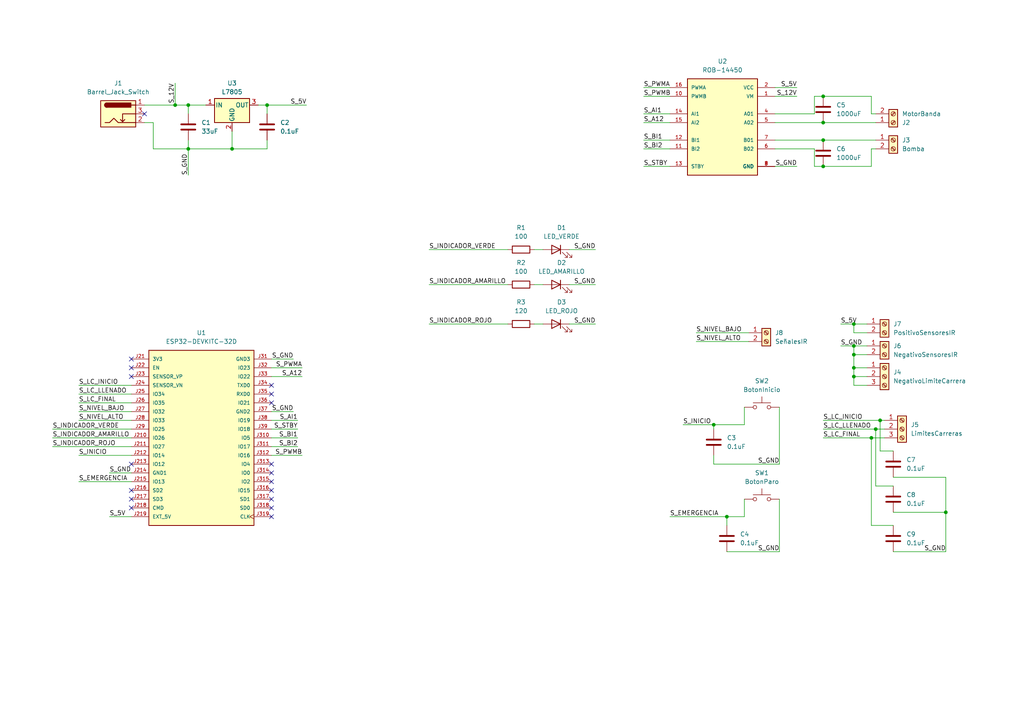
<source format=kicad_sch>
(kicad_sch
	(version 20231120)
	(generator "eeschema")
	(generator_version "8.0")
	(uuid "f483d001-565d-4904-882c-0c772bdedeaa")
	(paper "A4")
	(lib_symbols
		(symbol "Connector:Barrel_Jack_Switch"
			(pin_names hide)
			(exclude_from_sim no)
			(in_bom yes)
			(on_board yes)
			(property "Reference" "J"
				(at 0 5.334 0)
				(effects
					(font
						(size 1.27 1.27)
					)
				)
			)
			(property "Value" "Barrel_Jack_Switch"
				(at 0 -5.08 0)
				(effects
					(font
						(size 1.27 1.27)
					)
				)
			)
			(property "Footprint" ""
				(at 1.27 -1.016 0)
				(effects
					(font
						(size 1.27 1.27)
					)
					(hide yes)
				)
			)
			(property "Datasheet" "~"
				(at 1.27 -1.016 0)
				(effects
					(font
						(size 1.27 1.27)
					)
					(hide yes)
				)
			)
			(property "Description" "DC Barrel Jack with an internal switch"
				(at 0 0 0)
				(effects
					(font
						(size 1.27 1.27)
					)
					(hide yes)
				)
			)
			(property "ki_keywords" "DC power barrel jack connector"
				(at 0 0 0)
				(effects
					(font
						(size 1.27 1.27)
					)
					(hide yes)
				)
			)
			(property "ki_fp_filters" "BarrelJack*"
				(at 0 0 0)
				(effects
					(font
						(size 1.27 1.27)
					)
					(hide yes)
				)
			)
			(symbol "Barrel_Jack_Switch_0_1"
				(rectangle
					(start -5.08 3.81)
					(end 5.08 -3.81)
					(stroke
						(width 0.254)
						(type default)
					)
					(fill
						(type background)
					)
				)
				(arc
					(start -3.302 3.175)
					(mid -3.9343 2.54)
					(end -3.302 1.905)
					(stroke
						(width 0.254)
						(type default)
					)
					(fill
						(type none)
					)
				)
				(arc
					(start -3.302 3.175)
					(mid -3.9343 2.54)
					(end -3.302 1.905)
					(stroke
						(width 0.254)
						(type default)
					)
					(fill
						(type outline)
					)
				)
				(polyline
					(pts
						(xy 1.27 -2.286) (xy 1.905 -1.651)
					)
					(stroke
						(width 0.254)
						(type default)
					)
					(fill
						(type none)
					)
				)
				(polyline
					(pts
						(xy 5.08 2.54) (xy 3.81 2.54)
					)
					(stroke
						(width 0.254)
						(type default)
					)
					(fill
						(type none)
					)
				)
				(polyline
					(pts
						(xy 5.08 0) (xy 1.27 0) (xy 1.27 -2.286) (xy 0.635 -1.651)
					)
					(stroke
						(width 0.254)
						(type default)
					)
					(fill
						(type none)
					)
				)
				(polyline
					(pts
						(xy -3.81 -2.54) (xy -2.54 -2.54) (xy -1.27 -1.27) (xy 0 -2.54) (xy 2.54 -2.54) (xy 5.08 -2.54)
					)
					(stroke
						(width 0.254)
						(type default)
					)
					(fill
						(type none)
					)
				)
				(rectangle
					(start 3.683 3.175)
					(end -3.302 1.905)
					(stroke
						(width 0.254)
						(type default)
					)
					(fill
						(type outline)
					)
				)
			)
			(symbol "Barrel_Jack_Switch_1_1"
				(pin passive line
					(at 7.62 2.54 180)
					(length 2.54)
					(name "~"
						(effects
							(font
								(size 1.27 1.27)
							)
						)
					)
					(number "1"
						(effects
							(font
								(size 1.27 1.27)
							)
						)
					)
				)
				(pin passive line
					(at 7.62 -2.54 180)
					(length 2.54)
					(name "~"
						(effects
							(font
								(size 1.27 1.27)
							)
						)
					)
					(number "2"
						(effects
							(font
								(size 1.27 1.27)
							)
						)
					)
				)
				(pin passive line
					(at 7.62 0 180)
					(length 2.54)
					(name "~"
						(effects
							(font
								(size 1.27 1.27)
							)
						)
					)
					(number "3"
						(effects
							(font
								(size 1.27 1.27)
							)
						)
					)
				)
			)
		)
		(symbol "Connector:Screw_Terminal_01x02"
			(pin_names
				(offset 1.016) hide)
			(exclude_from_sim no)
			(in_bom yes)
			(on_board yes)
			(property "Reference" "J"
				(at 0 2.54 0)
				(effects
					(font
						(size 1.27 1.27)
					)
				)
			)
			(property "Value" "Screw_Terminal_01x02"
				(at 0 -5.08 0)
				(effects
					(font
						(size 1.27 1.27)
					)
				)
			)
			(property "Footprint" ""
				(at 0 0 0)
				(effects
					(font
						(size 1.27 1.27)
					)
					(hide yes)
				)
			)
			(property "Datasheet" "~"
				(at 0 0 0)
				(effects
					(font
						(size 1.27 1.27)
					)
					(hide yes)
				)
			)
			(property "Description" "Generic screw terminal, single row, 01x02, script generated (kicad-library-utils/schlib/autogen/connector/)"
				(at 0 0 0)
				(effects
					(font
						(size 1.27 1.27)
					)
					(hide yes)
				)
			)
			(property "ki_keywords" "screw terminal"
				(at 0 0 0)
				(effects
					(font
						(size 1.27 1.27)
					)
					(hide yes)
				)
			)
			(property "ki_fp_filters" "TerminalBlock*:*"
				(at 0 0 0)
				(effects
					(font
						(size 1.27 1.27)
					)
					(hide yes)
				)
			)
			(symbol "Screw_Terminal_01x02_1_1"
				(rectangle
					(start -1.27 1.27)
					(end 1.27 -3.81)
					(stroke
						(width 0.254)
						(type default)
					)
					(fill
						(type background)
					)
				)
				(circle
					(center 0 -2.54)
					(radius 0.635)
					(stroke
						(width 0.1524)
						(type default)
					)
					(fill
						(type none)
					)
				)
				(polyline
					(pts
						(xy -0.5334 -2.2098) (xy 0.3302 -3.048)
					)
					(stroke
						(width 0.1524)
						(type default)
					)
					(fill
						(type none)
					)
				)
				(polyline
					(pts
						(xy -0.5334 0.3302) (xy 0.3302 -0.508)
					)
					(stroke
						(width 0.1524)
						(type default)
					)
					(fill
						(type none)
					)
				)
				(polyline
					(pts
						(xy -0.3556 -2.032) (xy 0.508 -2.8702)
					)
					(stroke
						(width 0.1524)
						(type default)
					)
					(fill
						(type none)
					)
				)
				(polyline
					(pts
						(xy -0.3556 0.508) (xy 0.508 -0.3302)
					)
					(stroke
						(width 0.1524)
						(type default)
					)
					(fill
						(type none)
					)
				)
				(circle
					(center 0 0)
					(radius 0.635)
					(stroke
						(width 0.1524)
						(type default)
					)
					(fill
						(type none)
					)
				)
				(pin passive line
					(at -5.08 0 0)
					(length 3.81)
					(name "Pin_1"
						(effects
							(font
								(size 1.27 1.27)
							)
						)
					)
					(number "1"
						(effects
							(font
								(size 1.27 1.27)
							)
						)
					)
				)
				(pin passive line
					(at -5.08 -2.54 0)
					(length 3.81)
					(name "Pin_2"
						(effects
							(font
								(size 1.27 1.27)
							)
						)
					)
					(number "2"
						(effects
							(font
								(size 1.27 1.27)
							)
						)
					)
				)
			)
		)
		(symbol "Connector:Screw_Terminal_01x03"
			(pin_names
				(offset 1.016) hide)
			(exclude_from_sim no)
			(in_bom yes)
			(on_board yes)
			(property "Reference" "J"
				(at 0 5.08 0)
				(effects
					(font
						(size 1.27 1.27)
					)
				)
			)
			(property "Value" "Screw_Terminal_01x03"
				(at 0 -5.08 0)
				(effects
					(font
						(size 1.27 1.27)
					)
				)
			)
			(property "Footprint" ""
				(at 0 0 0)
				(effects
					(font
						(size 1.27 1.27)
					)
					(hide yes)
				)
			)
			(property "Datasheet" "~"
				(at 0 0 0)
				(effects
					(font
						(size 1.27 1.27)
					)
					(hide yes)
				)
			)
			(property "Description" "Generic screw terminal, single row, 01x03, script generated (kicad-library-utils/schlib/autogen/connector/)"
				(at 0 0 0)
				(effects
					(font
						(size 1.27 1.27)
					)
					(hide yes)
				)
			)
			(property "ki_keywords" "screw terminal"
				(at 0 0 0)
				(effects
					(font
						(size 1.27 1.27)
					)
					(hide yes)
				)
			)
			(property "ki_fp_filters" "TerminalBlock*:*"
				(at 0 0 0)
				(effects
					(font
						(size 1.27 1.27)
					)
					(hide yes)
				)
			)
			(symbol "Screw_Terminal_01x03_1_1"
				(rectangle
					(start -1.27 3.81)
					(end 1.27 -3.81)
					(stroke
						(width 0.254)
						(type default)
					)
					(fill
						(type background)
					)
				)
				(circle
					(center 0 -2.54)
					(radius 0.635)
					(stroke
						(width 0.1524)
						(type default)
					)
					(fill
						(type none)
					)
				)
				(polyline
					(pts
						(xy -0.5334 -2.2098) (xy 0.3302 -3.048)
					)
					(stroke
						(width 0.1524)
						(type default)
					)
					(fill
						(type none)
					)
				)
				(polyline
					(pts
						(xy -0.5334 0.3302) (xy 0.3302 -0.508)
					)
					(stroke
						(width 0.1524)
						(type default)
					)
					(fill
						(type none)
					)
				)
				(polyline
					(pts
						(xy -0.5334 2.8702) (xy 0.3302 2.032)
					)
					(stroke
						(width 0.1524)
						(type default)
					)
					(fill
						(type none)
					)
				)
				(polyline
					(pts
						(xy -0.3556 -2.032) (xy 0.508 -2.8702)
					)
					(stroke
						(width 0.1524)
						(type default)
					)
					(fill
						(type none)
					)
				)
				(polyline
					(pts
						(xy -0.3556 0.508) (xy 0.508 -0.3302)
					)
					(stroke
						(width 0.1524)
						(type default)
					)
					(fill
						(type none)
					)
				)
				(polyline
					(pts
						(xy -0.3556 3.048) (xy 0.508 2.2098)
					)
					(stroke
						(width 0.1524)
						(type default)
					)
					(fill
						(type none)
					)
				)
				(circle
					(center 0 0)
					(radius 0.635)
					(stroke
						(width 0.1524)
						(type default)
					)
					(fill
						(type none)
					)
				)
				(circle
					(center 0 2.54)
					(radius 0.635)
					(stroke
						(width 0.1524)
						(type default)
					)
					(fill
						(type none)
					)
				)
				(pin passive line
					(at -5.08 2.54 0)
					(length 3.81)
					(name "Pin_1"
						(effects
							(font
								(size 1.27 1.27)
							)
						)
					)
					(number "1"
						(effects
							(font
								(size 1.27 1.27)
							)
						)
					)
				)
				(pin passive line
					(at -5.08 0 0)
					(length 3.81)
					(name "Pin_2"
						(effects
							(font
								(size 1.27 1.27)
							)
						)
					)
					(number "2"
						(effects
							(font
								(size 1.27 1.27)
							)
						)
					)
				)
				(pin passive line
					(at -5.08 -2.54 0)
					(length 3.81)
					(name "Pin_3"
						(effects
							(font
								(size 1.27 1.27)
							)
						)
					)
					(number "3"
						(effects
							(font
								(size 1.27 1.27)
							)
						)
					)
				)
			)
		)
		(symbol "Device:C"
			(pin_numbers hide)
			(pin_names
				(offset 0.254)
			)
			(exclude_from_sim no)
			(in_bom yes)
			(on_board yes)
			(property "Reference" "C"
				(at 0.635 2.54 0)
				(effects
					(font
						(size 1.27 1.27)
					)
					(justify left)
				)
			)
			(property "Value" "C"
				(at 0.635 -2.54 0)
				(effects
					(font
						(size 1.27 1.27)
					)
					(justify left)
				)
			)
			(property "Footprint" ""
				(at 0.9652 -3.81 0)
				(effects
					(font
						(size 1.27 1.27)
					)
					(hide yes)
				)
			)
			(property "Datasheet" "~"
				(at 0 0 0)
				(effects
					(font
						(size 1.27 1.27)
					)
					(hide yes)
				)
			)
			(property "Description" "Unpolarized capacitor"
				(at 0 0 0)
				(effects
					(font
						(size 1.27 1.27)
					)
					(hide yes)
				)
			)
			(property "ki_keywords" "cap capacitor"
				(at 0 0 0)
				(effects
					(font
						(size 1.27 1.27)
					)
					(hide yes)
				)
			)
			(property "ki_fp_filters" "C_*"
				(at 0 0 0)
				(effects
					(font
						(size 1.27 1.27)
					)
					(hide yes)
				)
			)
			(symbol "C_0_1"
				(polyline
					(pts
						(xy -2.032 -0.762) (xy 2.032 -0.762)
					)
					(stroke
						(width 0.508)
						(type default)
					)
					(fill
						(type none)
					)
				)
				(polyline
					(pts
						(xy -2.032 0.762) (xy 2.032 0.762)
					)
					(stroke
						(width 0.508)
						(type default)
					)
					(fill
						(type none)
					)
				)
			)
			(symbol "C_1_1"
				(pin passive line
					(at 0 3.81 270)
					(length 2.794)
					(name "~"
						(effects
							(font
								(size 1.27 1.27)
							)
						)
					)
					(number "1"
						(effects
							(font
								(size 1.27 1.27)
							)
						)
					)
				)
				(pin passive line
					(at 0 -3.81 90)
					(length 2.794)
					(name "~"
						(effects
							(font
								(size 1.27 1.27)
							)
						)
					)
					(number "2"
						(effects
							(font
								(size 1.27 1.27)
							)
						)
					)
				)
			)
		)
		(symbol "Device:LED"
			(pin_numbers hide)
			(pin_names
				(offset 1.016) hide)
			(exclude_from_sim no)
			(in_bom yes)
			(on_board yes)
			(property "Reference" "D"
				(at 0 2.54 0)
				(effects
					(font
						(size 1.27 1.27)
					)
				)
			)
			(property "Value" "LED"
				(at 0 -2.54 0)
				(effects
					(font
						(size 1.27 1.27)
					)
				)
			)
			(property "Footprint" ""
				(at 0 0 0)
				(effects
					(font
						(size 1.27 1.27)
					)
					(hide yes)
				)
			)
			(property "Datasheet" "~"
				(at 0 0 0)
				(effects
					(font
						(size 1.27 1.27)
					)
					(hide yes)
				)
			)
			(property "Description" "Light emitting diode"
				(at 0 0 0)
				(effects
					(font
						(size 1.27 1.27)
					)
					(hide yes)
				)
			)
			(property "ki_keywords" "LED diode"
				(at 0 0 0)
				(effects
					(font
						(size 1.27 1.27)
					)
					(hide yes)
				)
			)
			(property "ki_fp_filters" "LED* LED_SMD:* LED_THT:*"
				(at 0 0 0)
				(effects
					(font
						(size 1.27 1.27)
					)
					(hide yes)
				)
			)
			(symbol "LED_0_1"
				(polyline
					(pts
						(xy -1.27 -1.27) (xy -1.27 1.27)
					)
					(stroke
						(width 0.254)
						(type default)
					)
					(fill
						(type none)
					)
				)
				(polyline
					(pts
						(xy -1.27 0) (xy 1.27 0)
					)
					(stroke
						(width 0)
						(type default)
					)
					(fill
						(type none)
					)
				)
				(polyline
					(pts
						(xy 1.27 -1.27) (xy 1.27 1.27) (xy -1.27 0) (xy 1.27 -1.27)
					)
					(stroke
						(width 0.254)
						(type default)
					)
					(fill
						(type none)
					)
				)
				(polyline
					(pts
						(xy -3.048 -0.762) (xy -4.572 -2.286) (xy -3.81 -2.286) (xy -4.572 -2.286) (xy -4.572 -1.524)
					)
					(stroke
						(width 0)
						(type default)
					)
					(fill
						(type none)
					)
				)
				(polyline
					(pts
						(xy -1.778 -0.762) (xy -3.302 -2.286) (xy -2.54 -2.286) (xy -3.302 -2.286) (xy -3.302 -1.524)
					)
					(stroke
						(width 0)
						(type default)
					)
					(fill
						(type none)
					)
				)
			)
			(symbol "LED_1_1"
				(pin passive line
					(at -3.81 0 0)
					(length 2.54)
					(name "K"
						(effects
							(font
								(size 1.27 1.27)
							)
						)
					)
					(number "1"
						(effects
							(font
								(size 1.27 1.27)
							)
						)
					)
				)
				(pin passive line
					(at 3.81 0 180)
					(length 2.54)
					(name "A"
						(effects
							(font
								(size 1.27 1.27)
							)
						)
					)
					(number "2"
						(effects
							(font
								(size 1.27 1.27)
							)
						)
					)
				)
			)
		)
		(symbol "Device:R"
			(pin_numbers hide)
			(pin_names
				(offset 0)
			)
			(exclude_from_sim no)
			(in_bom yes)
			(on_board yes)
			(property "Reference" "R"
				(at 2.032 0 90)
				(effects
					(font
						(size 1.27 1.27)
					)
				)
			)
			(property "Value" "R"
				(at 0 0 90)
				(effects
					(font
						(size 1.27 1.27)
					)
				)
			)
			(property "Footprint" ""
				(at -1.778 0 90)
				(effects
					(font
						(size 1.27 1.27)
					)
					(hide yes)
				)
			)
			(property "Datasheet" "~"
				(at 0 0 0)
				(effects
					(font
						(size 1.27 1.27)
					)
					(hide yes)
				)
			)
			(property "Description" "Resistor"
				(at 0 0 0)
				(effects
					(font
						(size 1.27 1.27)
					)
					(hide yes)
				)
			)
			(property "ki_keywords" "R res resistor"
				(at 0 0 0)
				(effects
					(font
						(size 1.27 1.27)
					)
					(hide yes)
				)
			)
			(property "ki_fp_filters" "R_*"
				(at 0 0 0)
				(effects
					(font
						(size 1.27 1.27)
					)
					(hide yes)
				)
			)
			(symbol "R_0_1"
				(rectangle
					(start -1.016 -2.54)
					(end 1.016 2.54)
					(stroke
						(width 0.254)
						(type default)
					)
					(fill
						(type none)
					)
				)
			)
			(symbol "R_1_1"
				(pin passive line
					(at 0 3.81 270)
					(length 1.27)
					(name "~"
						(effects
							(font
								(size 1.27 1.27)
							)
						)
					)
					(number "1"
						(effects
							(font
								(size 1.27 1.27)
							)
						)
					)
				)
				(pin passive line
					(at 0 -3.81 90)
					(length 1.27)
					(name "~"
						(effects
							(font
								(size 1.27 1.27)
							)
						)
					)
					(number "2"
						(effects
							(font
								(size 1.27 1.27)
							)
						)
					)
				)
			)
		)
		(symbol "ESP32-DEVKITC-32D:ESP32-DEVKITC-32D"
			(pin_names
				(offset 1.016)
			)
			(exclude_from_sim no)
			(in_bom yes)
			(on_board yes)
			(property "Reference" "U"
				(at -15.2654 26.0604 0)
				(effects
					(font
						(size 1.27 1.27)
					)
					(justify left bottom)
				)
			)
			(property "Value" "ESP32-DEVKITC-32D"
				(at -15.2654 -27.9654 0)
				(effects
					(font
						(size 1.27 1.27)
					)
					(justify left bottom)
				)
			)
			(property "Footprint" "MODULE_ESP32-DEVKITC-32D"
				(at 0 0 0)
				(effects
					(font
						(size 1.27 1.27)
					)
					(justify left bottom)
					(hide yes)
				)
			)
			(property "Datasheet" ""
				(at 0 0 0)
				(effects
					(font
						(size 1.27 1.27)
					)
					(justify left bottom)
					(hide yes)
				)
			)
			(property "Description" ""
				(at 0 0 0)
				(effects
					(font
						(size 1.27 1.27)
					)
					(hide yes)
				)
			)
			(property "MF" "Espressif Systems"
				(at 0 0 0)
				(effects
					(font
						(size 1.27 1.27)
					)
					(justify left bottom)
					(hide yes)
				)
			)
			(property "MAXIMUM_PACKAGE_HEIGHT" "N/A"
				(at 0 0 0)
				(effects
					(font
						(size 1.27 1.27)
					)
					(justify left bottom)
					(hide yes)
				)
			)
			(property "Package" "None"
				(at 0 0 0)
				(effects
					(font
						(size 1.27 1.27)
					)
					(justify left bottom)
					(hide yes)
				)
			)
			(property "Price" "None"
				(at 0 0 0)
				(effects
					(font
						(size 1.27 1.27)
					)
					(justify left bottom)
					(hide yes)
				)
			)
			(property "Check_prices" "https://www.snapeda.com/parts/ESP32-DEVKITC-32D/Espressif+Systems/view-part/?ref=eda"
				(at 0 0 0)
				(effects
					(font
						(size 1.27 1.27)
					)
					(justify left bottom)
					(hide yes)
				)
			)
			(property "STANDARD" "Manufacturer Recommendations"
				(at 0 0 0)
				(effects
					(font
						(size 1.27 1.27)
					)
					(justify left bottom)
					(hide yes)
				)
			)
			(property "PARTREV" "V4"
				(at 0 0 0)
				(effects
					(font
						(size 1.27 1.27)
					)
					(justify left bottom)
					(hide yes)
				)
			)
			(property "SnapEDA_Link" "https://www.snapeda.com/parts/ESP32-DEVKITC-32D/Espressif+Systems/view-part/?ref=snap"
				(at 0 0 0)
				(effects
					(font
						(size 1.27 1.27)
					)
					(justify left bottom)
					(hide yes)
				)
			)
			(property "MP" "ESP32-DEVKITC-32D"
				(at 0 0 0)
				(effects
					(font
						(size 1.27 1.27)
					)
					(justify left bottom)
					(hide yes)
				)
			)
			(property "Description_1" "\\n                        \\n                            WiFi Development Tools (802.11) ESP32 General Development Kit, ESP32-WROOM-32D on the board\\n                        \\n"
				(at 0 0 0)
				(effects
					(font
						(size 1.27 1.27)
					)
					(justify left bottom)
					(hide yes)
				)
			)
			(property "MANUFACTURER" "Espressif Systems"
				(at 0 0 0)
				(effects
					(font
						(size 1.27 1.27)
					)
					(justify left bottom)
					(hide yes)
				)
			)
			(property "Availability" "In Stock"
				(at 0 0 0)
				(effects
					(font
						(size 1.27 1.27)
					)
					(justify left bottom)
					(hide yes)
				)
			)
			(property "SNAPEDA_PN" "ESP32-DEVKITC-32D"
				(at 0 0 0)
				(effects
					(font
						(size 1.27 1.27)
					)
					(justify left bottom)
					(hide yes)
				)
			)
			(property "ki_locked" ""
				(at 0 0 0)
				(effects
					(font
						(size 1.27 1.27)
					)
				)
			)
			(symbol "ESP32-DEVKITC-32D_0_0"
				(rectangle
					(start -15.24 -25.4)
					(end 15.24 25.4)
					(stroke
						(width 0.254)
						(type solid)
					)
					(fill
						(type background)
					)
				)
				(pin power_in line
					(at -20.32 22.86 0)
					(length 5.08)
					(name "3V3"
						(effects
							(font
								(size 1.016 1.016)
							)
						)
					)
					(number "J21"
						(effects
							(font
								(size 1.016 1.016)
							)
						)
					)
				)
				(pin bidirectional line
					(at -20.32 0 0)
					(length 5.08)
					(name "IO26"
						(effects
							(font
								(size 1.016 1.016)
							)
						)
					)
					(number "J210"
						(effects
							(font
								(size 1.016 1.016)
							)
						)
					)
				)
				(pin bidirectional line
					(at -20.32 -2.54 0)
					(length 5.08)
					(name "IO27"
						(effects
							(font
								(size 1.016 1.016)
							)
						)
					)
					(number "J211"
						(effects
							(font
								(size 1.016 1.016)
							)
						)
					)
				)
				(pin bidirectional line
					(at -20.32 -5.08 0)
					(length 5.08)
					(name "IO14"
						(effects
							(font
								(size 1.016 1.016)
							)
						)
					)
					(number "J212"
						(effects
							(font
								(size 1.016 1.016)
							)
						)
					)
				)
				(pin bidirectional line
					(at -20.32 -7.62 0)
					(length 5.08)
					(name "IO12"
						(effects
							(font
								(size 1.016 1.016)
							)
						)
					)
					(number "J213"
						(effects
							(font
								(size 1.016 1.016)
							)
						)
					)
				)
				(pin power_in line
					(at -20.32 -10.16 0)
					(length 5.08)
					(name "GND1"
						(effects
							(font
								(size 1.016 1.016)
							)
						)
					)
					(number "J214"
						(effects
							(font
								(size 1.016 1.016)
							)
						)
					)
				)
				(pin bidirectional line
					(at -20.32 -12.7 0)
					(length 5.08)
					(name "IO13"
						(effects
							(font
								(size 1.016 1.016)
							)
						)
					)
					(number "J215"
						(effects
							(font
								(size 1.016 1.016)
							)
						)
					)
				)
				(pin bidirectional line
					(at -20.32 -15.24 0)
					(length 5.08)
					(name "SD2"
						(effects
							(font
								(size 1.016 1.016)
							)
						)
					)
					(number "J216"
						(effects
							(font
								(size 1.016 1.016)
							)
						)
					)
				)
				(pin bidirectional line
					(at -20.32 -17.78 0)
					(length 5.08)
					(name "SD3"
						(effects
							(font
								(size 1.016 1.016)
							)
						)
					)
					(number "J217"
						(effects
							(font
								(size 1.016 1.016)
							)
						)
					)
				)
				(pin bidirectional line
					(at -20.32 -20.32 0)
					(length 5.08)
					(name "CMD"
						(effects
							(font
								(size 1.016 1.016)
							)
						)
					)
					(number "J218"
						(effects
							(font
								(size 1.016 1.016)
							)
						)
					)
				)
				(pin power_in line
					(at -20.32 -22.86 0)
					(length 5.08)
					(name "EXT_5V"
						(effects
							(font
								(size 1.016 1.016)
							)
						)
					)
					(number "J219"
						(effects
							(font
								(size 1.016 1.016)
							)
						)
					)
				)
				(pin input line
					(at -20.32 20.32 0)
					(length 5.08)
					(name "EN"
						(effects
							(font
								(size 1.016 1.016)
							)
						)
					)
					(number "J22"
						(effects
							(font
								(size 1.016 1.016)
							)
						)
					)
				)
				(pin input line
					(at -20.32 17.78 0)
					(length 5.08)
					(name "SENSOR_VP"
						(effects
							(font
								(size 1.016 1.016)
							)
						)
					)
					(number "J23"
						(effects
							(font
								(size 1.016 1.016)
							)
						)
					)
				)
				(pin input line
					(at -20.32 15.24 0)
					(length 5.08)
					(name "SENSOR_VN"
						(effects
							(font
								(size 1.016 1.016)
							)
						)
					)
					(number "J24"
						(effects
							(font
								(size 1.016 1.016)
							)
						)
					)
				)
				(pin bidirectional line
					(at -20.32 12.7 0)
					(length 5.08)
					(name "IO34"
						(effects
							(font
								(size 1.016 1.016)
							)
						)
					)
					(number "J25"
						(effects
							(font
								(size 1.016 1.016)
							)
						)
					)
				)
				(pin bidirectional line
					(at -20.32 10.16 0)
					(length 5.08)
					(name "IO35"
						(effects
							(font
								(size 1.016 1.016)
							)
						)
					)
					(number "J26"
						(effects
							(font
								(size 1.016 1.016)
							)
						)
					)
				)
				(pin bidirectional line
					(at -20.32 7.62 0)
					(length 5.08)
					(name "IO32"
						(effects
							(font
								(size 1.016 1.016)
							)
						)
					)
					(number "J27"
						(effects
							(font
								(size 1.016 1.016)
							)
						)
					)
				)
				(pin bidirectional line
					(at -20.32 5.08 0)
					(length 5.08)
					(name "IO33"
						(effects
							(font
								(size 1.016 1.016)
							)
						)
					)
					(number "J28"
						(effects
							(font
								(size 1.016 1.016)
							)
						)
					)
				)
				(pin bidirectional line
					(at -20.32 2.54 0)
					(length 5.08)
					(name "IO25"
						(effects
							(font
								(size 1.016 1.016)
							)
						)
					)
					(number "J29"
						(effects
							(font
								(size 1.016 1.016)
							)
						)
					)
				)
				(pin power_in line
					(at 20.32 22.86 180)
					(length 5.08)
					(name "GND3"
						(effects
							(font
								(size 1.016 1.016)
							)
						)
					)
					(number "J31"
						(effects
							(font
								(size 1.016 1.016)
							)
						)
					)
				)
				(pin bidirectional line
					(at 20.32 0 180)
					(length 5.08)
					(name "IO5"
						(effects
							(font
								(size 1.016 1.016)
							)
						)
					)
					(number "J310"
						(effects
							(font
								(size 1.016 1.016)
							)
						)
					)
				)
				(pin bidirectional line
					(at 20.32 -2.54 180)
					(length 5.08)
					(name "IO17"
						(effects
							(font
								(size 1.016 1.016)
							)
						)
					)
					(number "J311"
						(effects
							(font
								(size 1.016 1.016)
							)
						)
					)
				)
				(pin bidirectional line
					(at 20.32 -5.08 180)
					(length 5.08)
					(name "IO16"
						(effects
							(font
								(size 1.016 1.016)
							)
						)
					)
					(number "J312"
						(effects
							(font
								(size 1.016 1.016)
							)
						)
					)
				)
				(pin bidirectional line
					(at 20.32 -7.62 180)
					(length 5.08)
					(name "IO4"
						(effects
							(font
								(size 1.016 1.016)
							)
						)
					)
					(number "J313"
						(effects
							(font
								(size 1.016 1.016)
							)
						)
					)
				)
				(pin bidirectional line
					(at 20.32 -10.16 180)
					(length 5.08)
					(name "IO0"
						(effects
							(font
								(size 1.016 1.016)
							)
						)
					)
					(number "J314"
						(effects
							(font
								(size 1.016 1.016)
							)
						)
					)
				)
				(pin bidirectional line
					(at 20.32 -12.7 180)
					(length 5.08)
					(name "IO2"
						(effects
							(font
								(size 1.016 1.016)
							)
						)
					)
					(number "J315"
						(effects
							(font
								(size 1.016 1.016)
							)
						)
					)
				)
				(pin bidirectional line
					(at 20.32 -15.24 180)
					(length 5.08)
					(name "IO15"
						(effects
							(font
								(size 1.016 1.016)
							)
						)
					)
					(number "J316"
						(effects
							(font
								(size 1.016 1.016)
							)
						)
					)
				)
				(pin bidirectional line
					(at 20.32 -17.78 180)
					(length 5.08)
					(name "SD1"
						(effects
							(font
								(size 1.016 1.016)
							)
						)
					)
					(number "J317"
						(effects
							(font
								(size 1.016 1.016)
							)
						)
					)
				)
				(pin bidirectional line
					(at 20.32 -20.32 180)
					(length 5.08)
					(name "SD0"
						(effects
							(font
								(size 1.016 1.016)
							)
						)
					)
					(number "J318"
						(effects
							(font
								(size 1.016 1.016)
							)
						)
					)
				)
				(pin input clock
					(at 20.32 -22.86 180)
					(length 5.08)
					(name "CLK"
						(effects
							(font
								(size 1.016 1.016)
							)
						)
					)
					(number "J319"
						(effects
							(font
								(size 1.016 1.016)
							)
						)
					)
				)
				(pin bidirectional line
					(at 20.32 20.32 180)
					(length 5.08)
					(name "IO23"
						(effects
							(font
								(size 1.016 1.016)
							)
						)
					)
					(number "J32"
						(effects
							(font
								(size 1.016 1.016)
							)
						)
					)
				)
				(pin bidirectional line
					(at 20.32 17.78 180)
					(length 5.08)
					(name "IO22"
						(effects
							(font
								(size 1.016 1.016)
							)
						)
					)
					(number "J33"
						(effects
							(font
								(size 1.016 1.016)
							)
						)
					)
				)
				(pin output line
					(at 20.32 15.24 180)
					(length 5.08)
					(name "TXD0"
						(effects
							(font
								(size 1.016 1.016)
							)
						)
					)
					(number "J34"
						(effects
							(font
								(size 1.016 1.016)
							)
						)
					)
				)
				(pin input line
					(at 20.32 12.7 180)
					(length 5.08)
					(name "RXD0"
						(effects
							(font
								(size 1.016 1.016)
							)
						)
					)
					(number "J35"
						(effects
							(font
								(size 1.016 1.016)
							)
						)
					)
				)
				(pin bidirectional line
					(at 20.32 10.16 180)
					(length 5.08)
					(name "IO21"
						(effects
							(font
								(size 1.016 1.016)
							)
						)
					)
					(number "J36"
						(effects
							(font
								(size 1.016 1.016)
							)
						)
					)
				)
				(pin power_in line
					(at 20.32 7.62 180)
					(length 5.08)
					(name "GND2"
						(effects
							(font
								(size 1.016 1.016)
							)
						)
					)
					(number "J37"
						(effects
							(font
								(size 1.016 1.016)
							)
						)
					)
				)
				(pin bidirectional line
					(at 20.32 5.08 180)
					(length 5.08)
					(name "IO19"
						(effects
							(font
								(size 1.016 1.016)
							)
						)
					)
					(number "J38"
						(effects
							(font
								(size 1.016 1.016)
							)
						)
					)
				)
				(pin bidirectional line
					(at 20.32 2.54 180)
					(length 5.08)
					(name "IO18"
						(effects
							(font
								(size 1.016 1.016)
							)
						)
					)
					(number "J39"
						(effects
							(font
								(size 1.016 1.016)
							)
						)
					)
				)
			)
		)
		(symbol "ROB-14450:ROB-14450"
			(pin_names
				(offset 1.016)
			)
			(exclude_from_sim no)
			(in_bom yes)
			(on_board yes)
			(property "Reference" "U"
				(at -10.16 16.002 0)
				(effects
					(font
						(size 1.27 1.27)
					)
					(justify left bottom)
				)
			)
			(property "Value" "ROB-14450"
				(at -10.16 -15.24 0)
				(effects
					(font
						(size 1.27 1.27)
					)
					(justify left bottom)
				)
			)
			(property "Footprint" "MODULE_ROB-14450"
				(at 0 0 0)
				(effects
					(font
						(size 1.27 1.27)
					)
					(justify left bottom)
					(hide yes)
				)
			)
			(property "Datasheet" ""
				(at 0 0 0)
				(effects
					(font
						(size 1.27 1.27)
					)
					(justify left bottom)
					(hide yes)
				)
			)
			(property "Description" ""
				(at 0 0 0)
				(effects
					(font
						(size 1.27 1.27)
					)
					(hide yes)
				)
			)
			(property "MF" "SparkFun Electronics"
				(at 0 0 0)
				(effects
					(font
						(size 1.27 1.27)
					)
					(justify left bottom)
					(hide yes)
				)
			)
			(property "Description_1" "\\n                        \\n                            TB6612FNG - Motor Controller/Driver Power Management Evaluation Board\\n                        \\n"
				(at 0 0 0)
				(effects
					(font
						(size 1.27 1.27)
					)
					(justify left bottom)
					(hide yes)
				)
			)
			(property "Package" "None"
				(at 0 0 0)
				(effects
					(font
						(size 1.27 1.27)
					)
					(justify left bottom)
					(hide yes)
				)
			)
			(property "Price" "None"
				(at 0 0 0)
				(effects
					(font
						(size 1.27 1.27)
					)
					(justify left bottom)
					(hide yes)
				)
			)
			(property "Check_prices" "https://www.snapeda.com/parts/ROB-14450/SparkFun/view-part/?ref=eda"
				(at 0 0 0)
				(effects
					(font
						(size 1.27 1.27)
					)
					(justify left bottom)
					(hide yes)
				)
			)
			(property "STANDARD" "Manufacturer Recommendation"
				(at 0 0 0)
				(effects
					(font
						(size 1.27 1.27)
					)
					(justify left bottom)
					(hide yes)
				)
			)
			(property "PARTREV" "11-13-17"
				(at 0 0 0)
				(effects
					(font
						(size 1.27 1.27)
					)
					(justify left bottom)
					(hide yes)
				)
			)
			(property "SnapEDA_Link" "https://www.snapeda.com/parts/ROB-14450/SparkFun/view-part/?ref=snap"
				(at 0 0 0)
				(effects
					(font
						(size 1.27 1.27)
					)
					(justify left bottom)
					(hide yes)
				)
			)
			(property "MP" "ROB-14450"
				(at 0 0 0)
				(effects
					(font
						(size 1.27 1.27)
					)
					(justify left bottom)
					(hide yes)
				)
			)
			(property "Availability" "In Stock"
				(at 0 0 0)
				(effects
					(font
						(size 1.27 1.27)
					)
					(justify left bottom)
					(hide yes)
				)
			)
			(property "MANUFACTURER" "Sparkfun Electronics"
				(at 0 0 0)
				(effects
					(font
						(size 1.27 1.27)
					)
					(justify left bottom)
					(hide yes)
				)
			)
			(property "ki_locked" ""
				(at 0 0 0)
				(effects
					(font
						(size 1.27 1.27)
					)
				)
			)
			(symbol "ROB-14450_0_0"
				(rectangle
					(start -10.16 -12.7)
					(end 10.16 15.24)
					(stroke
						(width 0.254)
						(type solid)
					)
					(fill
						(type background)
					)
				)
				(pin power_in line
					(at 15.24 10.16 180)
					(length 5.08)
					(name "VM"
						(effects
							(font
								(size 1.016 1.016)
							)
						)
					)
					(number "1"
						(effects
							(font
								(size 1.016 1.016)
							)
						)
					)
				)
				(pin input line
					(at -15.24 10.16 0)
					(length 5.08)
					(name "PWMB"
						(effects
							(font
								(size 1.016 1.016)
							)
						)
					)
					(number "10"
						(effects
							(font
								(size 1.016 1.016)
							)
						)
					)
				)
				(pin input line
					(at -15.24 -5.08 0)
					(length 5.08)
					(name "BI2"
						(effects
							(font
								(size 1.016 1.016)
							)
						)
					)
					(number "11"
						(effects
							(font
								(size 1.016 1.016)
							)
						)
					)
				)
				(pin input line
					(at -15.24 -2.54 0)
					(length 5.08)
					(name "BI1"
						(effects
							(font
								(size 1.016 1.016)
							)
						)
					)
					(number "12"
						(effects
							(font
								(size 1.016 1.016)
							)
						)
					)
				)
				(pin input line
					(at -15.24 -10.16 0)
					(length 5.08)
					(name "STBY"
						(effects
							(font
								(size 1.016 1.016)
							)
						)
					)
					(number "13"
						(effects
							(font
								(size 1.016 1.016)
							)
						)
					)
				)
				(pin input line
					(at -15.24 5.08 0)
					(length 5.08)
					(name "AI1"
						(effects
							(font
								(size 1.016 1.016)
							)
						)
					)
					(number "14"
						(effects
							(font
								(size 1.016 1.016)
							)
						)
					)
				)
				(pin input line
					(at -15.24 2.54 0)
					(length 5.08)
					(name "AI2"
						(effects
							(font
								(size 1.016 1.016)
							)
						)
					)
					(number "15"
						(effects
							(font
								(size 1.016 1.016)
							)
						)
					)
				)
				(pin input line
					(at -15.24 12.7 0)
					(length 5.08)
					(name "PWMA"
						(effects
							(font
								(size 1.016 1.016)
							)
						)
					)
					(number "16"
						(effects
							(font
								(size 1.016 1.016)
							)
						)
					)
				)
				(pin power_in line
					(at 15.24 12.7 180)
					(length 5.08)
					(name "VCC"
						(effects
							(font
								(size 1.016 1.016)
							)
						)
					)
					(number "2"
						(effects
							(font
								(size 1.016 1.016)
							)
						)
					)
				)
				(pin power_in line
					(at 15.24 -10.16 180)
					(length 5.08)
					(name "GND"
						(effects
							(font
								(size 1.016 1.016)
							)
						)
					)
					(number "3"
						(effects
							(font
								(size 1.016 1.016)
							)
						)
					)
				)
				(pin output line
					(at 15.24 5.08 180)
					(length 5.08)
					(name "A01"
						(effects
							(font
								(size 1.016 1.016)
							)
						)
					)
					(number "4"
						(effects
							(font
								(size 1.016 1.016)
							)
						)
					)
				)
				(pin output line
					(at 15.24 2.54 180)
					(length 5.08)
					(name "A02"
						(effects
							(font
								(size 1.016 1.016)
							)
						)
					)
					(number "5"
						(effects
							(font
								(size 1.016 1.016)
							)
						)
					)
				)
				(pin output line
					(at 15.24 -5.08 180)
					(length 5.08)
					(name "B02"
						(effects
							(font
								(size 1.016 1.016)
							)
						)
					)
					(number "6"
						(effects
							(font
								(size 1.016 1.016)
							)
						)
					)
				)
				(pin output line
					(at 15.24 -2.54 180)
					(length 5.08)
					(name "B01"
						(effects
							(font
								(size 1.016 1.016)
							)
						)
					)
					(number "7"
						(effects
							(font
								(size 1.016 1.016)
							)
						)
					)
				)
				(pin power_in line
					(at 15.24 -10.16 180)
					(length 5.08)
					(name "GND"
						(effects
							(font
								(size 1.016 1.016)
							)
						)
					)
					(number "8"
						(effects
							(font
								(size 1.016 1.016)
							)
						)
					)
				)
				(pin power_in line
					(at 15.24 -10.16 180)
					(length 5.08)
					(name "GND"
						(effects
							(font
								(size 1.016 1.016)
							)
						)
					)
					(number "9"
						(effects
							(font
								(size 1.016 1.016)
							)
						)
					)
				)
			)
		)
		(symbol "Regulator_Linear:L7805"
			(pin_names
				(offset 0.254)
			)
			(exclude_from_sim no)
			(in_bom yes)
			(on_board yes)
			(property "Reference" "U"
				(at -3.81 3.175 0)
				(effects
					(font
						(size 1.27 1.27)
					)
				)
			)
			(property "Value" "L7805"
				(at 0 3.175 0)
				(effects
					(font
						(size 1.27 1.27)
					)
					(justify left)
				)
			)
			(property "Footprint" ""
				(at 0.635 -3.81 0)
				(effects
					(font
						(size 1.27 1.27)
						(italic yes)
					)
					(justify left)
					(hide yes)
				)
			)
			(property "Datasheet" "http://www.st.com/content/ccc/resource/technical/document/datasheet/41/4f/b3/b0/12/d4/47/88/CD00000444.pdf/files/CD00000444.pdf/jcr:content/translations/en.CD00000444.pdf"
				(at 0 -1.27 0)
				(effects
					(font
						(size 1.27 1.27)
					)
					(hide yes)
				)
			)
			(property "Description" "Positive 1.5A 35V Linear Regulator, Fixed Output 5V, TO-220/TO-263/TO-252"
				(at 0 0 0)
				(effects
					(font
						(size 1.27 1.27)
					)
					(hide yes)
				)
			)
			(property "ki_keywords" "Voltage Regulator 1.5A Positive"
				(at 0 0 0)
				(effects
					(font
						(size 1.27 1.27)
					)
					(hide yes)
				)
			)
			(property "ki_fp_filters" "TO?252* TO?263* TO?220*"
				(at 0 0 0)
				(effects
					(font
						(size 1.27 1.27)
					)
					(hide yes)
				)
			)
			(symbol "L7805_0_1"
				(rectangle
					(start -5.08 1.905)
					(end 5.08 -5.08)
					(stroke
						(width 0.254)
						(type default)
					)
					(fill
						(type background)
					)
				)
			)
			(symbol "L7805_1_1"
				(pin power_in line
					(at -7.62 0 0)
					(length 2.54)
					(name "IN"
						(effects
							(font
								(size 1.27 1.27)
							)
						)
					)
					(number "1"
						(effects
							(font
								(size 1.27 1.27)
							)
						)
					)
				)
				(pin power_in line
					(at 0 -7.62 90)
					(length 2.54)
					(name "GND"
						(effects
							(font
								(size 1.27 1.27)
							)
						)
					)
					(number "2"
						(effects
							(font
								(size 1.27 1.27)
							)
						)
					)
				)
				(pin power_out line
					(at 7.62 0 180)
					(length 2.54)
					(name "OUT"
						(effects
							(font
								(size 1.27 1.27)
							)
						)
					)
					(number "3"
						(effects
							(font
								(size 1.27 1.27)
							)
						)
					)
				)
			)
		)
		(symbol "Switch:SW_Push"
			(pin_numbers hide)
			(pin_names
				(offset 1.016) hide)
			(exclude_from_sim no)
			(in_bom yes)
			(on_board yes)
			(property "Reference" "SW"
				(at 1.27 2.54 0)
				(effects
					(font
						(size 1.27 1.27)
					)
					(justify left)
				)
			)
			(property "Value" "SW_Push"
				(at 0 -1.524 0)
				(effects
					(font
						(size 1.27 1.27)
					)
				)
			)
			(property "Footprint" ""
				(at 0 5.08 0)
				(effects
					(font
						(size 1.27 1.27)
					)
					(hide yes)
				)
			)
			(property "Datasheet" "~"
				(at 0 5.08 0)
				(effects
					(font
						(size 1.27 1.27)
					)
					(hide yes)
				)
			)
			(property "Description" "Push button switch, generic, two pins"
				(at 0 0 0)
				(effects
					(font
						(size 1.27 1.27)
					)
					(hide yes)
				)
			)
			(property "ki_keywords" "switch normally-open pushbutton push-button"
				(at 0 0 0)
				(effects
					(font
						(size 1.27 1.27)
					)
					(hide yes)
				)
			)
			(symbol "SW_Push_0_1"
				(circle
					(center -2.032 0)
					(radius 0.508)
					(stroke
						(width 0)
						(type default)
					)
					(fill
						(type none)
					)
				)
				(polyline
					(pts
						(xy 0 1.27) (xy 0 3.048)
					)
					(stroke
						(width 0)
						(type default)
					)
					(fill
						(type none)
					)
				)
				(polyline
					(pts
						(xy 2.54 1.27) (xy -2.54 1.27)
					)
					(stroke
						(width 0)
						(type default)
					)
					(fill
						(type none)
					)
				)
				(circle
					(center 2.032 0)
					(radius 0.508)
					(stroke
						(width 0)
						(type default)
					)
					(fill
						(type none)
					)
				)
				(pin passive line
					(at -5.08 0 0)
					(length 2.54)
					(name "1"
						(effects
							(font
								(size 1.27 1.27)
							)
						)
					)
					(number "1"
						(effects
							(font
								(size 1.27 1.27)
							)
						)
					)
				)
				(pin passive line
					(at 5.08 0 180)
					(length 2.54)
					(name "2"
						(effects
							(font
								(size 1.27 1.27)
							)
						)
					)
					(number "2"
						(effects
							(font
								(size 1.27 1.27)
							)
						)
					)
				)
			)
		)
	)
	(junction
		(at 54.61 43.18)
		(diameter 0)
		(color 0 0 0 0)
		(uuid "01f8935e-94fd-460d-9a2f-4146435f1a14")
	)
	(junction
		(at 210.82 149.86)
		(diameter 0)
		(color 0 0 0 0)
		(uuid "04dfc9ab-2160-4431-9eab-2c776321e80b")
	)
	(junction
		(at 238.76 35.56)
		(diameter 0)
		(color 0 0 0 0)
		(uuid "05ec01f3-ba4f-46b0-a8e6-8e1c1dea93ad")
	)
	(junction
		(at 77.47 30.48)
		(diameter 0)
		(color 0 0 0 0)
		(uuid "06bf9c84-8101-462e-a018-fd78f7597b4d")
	)
	(junction
		(at 255.27 121.92)
		(diameter 0)
		(color 0 0 0 0)
		(uuid "0750b096-7e15-45a7-8493-d018db85a25f")
	)
	(junction
		(at 207.01 123.19)
		(diameter 0)
		(color 0 0 0 0)
		(uuid "17dabf52-d9d5-45f0-9c35-bc3e883e3028")
	)
	(junction
		(at 50.8 30.48)
		(diameter 0)
		(color 0 0 0 0)
		(uuid "19c5e595-eb10-4757-aa69-82ec35717e9e")
	)
	(junction
		(at 238.76 27.94)
		(diameter 0)
		(color 0 0 0 0)
		(uuid "213bd77c-f3a3-447b-9b27-4998b8d7025e")
	)
	(junction
		(at 247.65 106.68)
		(diameter 0)
		(color 0 0 0 0)
		(uuid "287702ae-edef-4f35-949a-ec90071d2981")
	)
	(junction
		(at 238.76 40.64)
		(diameter 0)
		(color 0 0 0 0)
		(uuid "29bf2b5f-d1f1-463c-9d4a-19d4d1e46c73")
	)
	(junction
		(at 254 124.46)
		(diameter 0)
		(color 0 0 0 0)
		(uuid "5cb3244a-0eb0-4834-993c-ee1877f885ae")
	)
	(junction
		(at 274.32 148.59)
		(diameter 0)
		(color 0 0 0 0)
		(uuid "62d9e922-3ab3-481d-a894-6c872a3726a4")
	)
	(junction
		(at 247.65 93.98)
		(diameter 0)
		(color 0 0 0 0)
		(uuid "78c7903e-896f-4356-b2f2-e069b750f938")
	)
	(junction
		(at 54.61 30.48)
		(diameter 0)
		(color 0 0 0 0)
		(uuid "84279b7f-fd4e-45a1-a31c-de9ebaade8ad")
	)
	(junction
		(at 247.65 109.22)
		(diameter 0)
		(color 0 0 0 0)
		(uuid "9db78bf5-c3e0-4263-a614-6c6f02513c1d")
	)
	(junction
		(at 67.31 43.18)
		(diameter 0)
		(color 0 0 0 0)
		(uuid "c53beb35-6062-472e-8d60-9811650f57e8")
	)
	(junction
		(at 247.65 102.87)
		(diameter 0)
		(color 0 0 0 0)
		(uuid "c922c0ad-bf9b-4503-8af6-0d60e689eb8a")
	)
	(junction
		(at 247.65 100.33)
		(diameter 0)
		(color 0 0 0 0)
		(uuid "d83ffcc8-5224-4e13-a9f0-7b371da684a0")
	)
	(junction
		(at 252.73 127)
		(diameter 0)
		(color 0 0 0 0)
		(uuid "d8a940c1-2de4-42a7-9b6d-e05112d9a225")
	)
	(junction
		(at 238.76 48.26)
		(diameter 0)
		(color 0 0 0 0)
		(uuid "fb421cff-312f-4913-b21e-5d239ea0f070")
	)
	(no_connect
		(at 78.74 142.24)
		(uuid "0b8d705a-5937-43f0-ad47-336cd0f4bc73")
	)
	(no_connect
		(at 38.1 147.32)
		(uuid "21c20f2f-4ad7-499e-a5a8-4b80e0ee0732")
	)
	(no_connect
		(at 38.1 104.14)
		(uuid "38f96359-5457-47e6-bdd2-65851053f4d9")
	)
	(no_connect
		(at 38.1 142.24)
		(uuid "49a6153b-af85-4963-a800-cb1fa91d0cd1")
	)
	(no_connect
		(at 78.74 116.84)
		(uuid "62b37019-5900-4723-88b7-3d6d0f0c0729")
	)
	(no_connect
		(at 38.1 144.78)
		(uuid "67e9b497-ccb5-4ec3-9715-41eeca5a5ed9")
	)
	(no_connect
		(at 38.1 134.62)
		(uuid "6f34c90e-e15f-4ba6-8cfb-749054dc7206")
	)
	(no_connect
		(at 41.91 33.02)
		(uuid "852061cd-2bb5-4151-9b6b-e5a23c8f4a77")
	)
	(no_connect
		(at 78.74 139.7)
		(uuid "93ecf924-8d44-4392-a43d-353e679958bd")
	)
	(no_connect
		(at 78.74 147.32)
		(uuid "9a985a0e-90af-43cd-801c-23f5c118b229")
	)
	(no_connect
		(at 78.74 134.62)
		(uuid "a65ffedb-6417-48f4-a4be-7783272accf4")
	)
	(no_connect
		(at 38.1 106.68)
		(uuid "b343999d-d9da-4f2e-bc89-ee8fb15bfbfd")
	)
	(no_connect
		(at 78.74 111.76)
		(uuid "bb74fb49-591b-444d-aee0-9efe3319aa87")
	)
	(no_connect
		(at 78.74 149.86)
		(uuid "c923c49f-5db9-48dc-89ce-5d7b36663d96")
	)
	(no_connect
		(at 78.74 137.16)
		(uuid "cd54bd4c-5d23-4107-8b53-1cf2ece979ab")
	)
	(no_connect
		(at 38.1 109.22)
		(uuid "e55d590f-d8d9-4937-8613-7e9c7dafd818")
	)
	(no_connect
		(at 78.74 114.3)
		(uuid "fe93b668-7597-4ad3-8b5f-57fd0e771ac0")
	)
	(no_connect
		(at 78.74 144.78)
		(uuid "fef5a422-df62-4240-b113-5ecadb1e396e")
	)
	(wire
		(pts
			(xy 251.46 111.76) (xy 247.65 111.76)
		)
		(stroke
			(width 0)
			(type default)
		)
		(uuid "0293fc79-cddc-4861-b69e-31ce8f5a2856")
	)
	(wire
		(pts
			(xy 251.46 96.52) (xy 247.65 96.52)
		)
		(stroke
			(width 0)
			(type default)
		)
		(uuid "0866f3fc-470d-4c4f-90e1-a43e11bd770e")
	)
	(wire
		(pts
			(xy 252.73 127) (xy 256.54 127)
		)
		(stroke
			(width 0)
			(type default)
		)
		(uuid "09be8168-cb6e-42c5-b14b-2afbd5016386")
	)
	(wire
		(pts
			(xy 226.06 144.78) (xy 226.06 160.02)
		)
		(stroke
			(width 0)
			(type default)
		)
		(uuid "0ad704f0-fb7c-4bbe-a167-c81da6029733")
	)
	(wire
		(pts
			(xy 44.45 35.56) (xy 41.91 35.56)
		)
		(stroke
			(width 0)
			(type default)
		)
		(uuid "0f4c5d8a-cbcc-4d37-b2b0-978e9f53843f")
	)
	(wire
		(pts
			(xy 165.1 72.39) (xy 172.72 72.39)
		)
		(stroke
			(width 0)
			(type default)
		)
		(uuid "0feada04-fe1b-4820-aed3-bf4c12c9faa0")
	)
	(wire
		(pts
			(xy 207.01 123.19) (xy 207.01 124.46)
		)
		(stroke
			(width 0)
			(type default)
		)
		(uuid "11ffc30a-7910-4c93-b8ed-2dd66cd6ccbb")
	)
	(wire
		(pts
			(xy 201.93 99.06) (xy 217.17 99.06)
		)
		(stroke
			(width 0)
			(type default)
		)
		(uuid "121aafcb-796a-4115-951e-2a96ac166aef")
	)
	(wire
		(pts
			(xy 78.74 127) (xy 86.36 127)
		)
		(stroke
			(width 0)
			(type default)
		)
		(uuid "15a9e382-b530-4e15-901e-82c3eea27218")
	)
	(wire
		(pts
			(xy 22.86 114.3) (xy 38.1 114.3)
		)
		(stroke
			(width 0)
			(type default)
		)
		(uuid "1738c7fc-3bfa-407f-ad98-d5367b08d2c9")
	)
	(wire
		(pts
			(xy 247.65 111.76) (xy 247.65 109.22)
		)
		(stroke
			(width 0)
			(type default)
		)
		(uuid "188d9b1e-7df5-4e96-bbc3-b41d26d11c2a")
	)
	(wire
		(pts
			(xy 236.22 27.94) (xy 238.76 27.94)
		)
		(stroke
			(width 0)
			(type default)
		)
		(uuid "19758f41-4765-4bdb-add3-f40bda4c4559")
	)
	(wire
		(pts
			(xy 238.76 48.26) (xy 252.73 48.26)
		)
		(stroke
			(width 0)
			(type default)
		)
		(uuid "19cf9674-21ba-4367-8a3f-22b70e1b4e7c")
	)
	(wire
		(pts
			(xy 186.69 35.56) (xy 194.31 35.56)
		)
		(stroke
			(width 0)
			(type default)
		)
		(uuid "1a9df7ea-2b3f-4471-a141-5de3364b8cb2")
	)
	(wire
		(pts
			(xy 259.08 138.43) (xy 274.32 138.43)
		)
		(stroke
			(width 0)
			(type default)
		)
		(uuid "1b6db61d-f391-4b01-9033-3b741586fda3")
	)
	(wire
		(pts
			(xy 254 140.97) (xy 254 124.46)
		)
		(stroke
			(width 0)
			(type default)
		)
		(uuid "1dd188a4-6cdb-4e4f-8092-bde0bb72cd6d")
	)
	(wire
		(pts
			(xy 255.27 130.81) (xy 255.27 121.92)
		)
		(stroke
			(width 0)
			(type default)
		)
		(uuid "1e1f9856-f84f-4538-acab-2a37f339c46d")
	)
	(wire
		(pts
			(xy 252.73 27.94) (xy 252.73 33.02)
		)
		(stroke
			(width 0)
			(type default)
		)
		(uuid "1e79da77-a6ae-4966-a672-8fb3bb2febc8")
	)
	(wire
		(pts
			(xy 54.61 40.64) (xy 54.61 43.18)
		)
		(stroke
			(width 0)
			(type default)
		)
		(uuid "1f0d2ff1-106e-40c2-a9f5-89b7ff184c3e")
	)
	(wire
		(pts
			(xy 67.31 38.1) (xy 67.31 43.18)
		)
		(stroke
			(width 0)
			(type default)
		)
		(uuid "20a88993-3f34-497b-bdd7-51f28cadd228")
	)
	(wire
		(pts
			(xy 224.79 27.94) (xy 231.14 27.94)
		)
		(stroke
			(width 0)
			(type default)
		)
		(uuid "2201287c-64dd-445c-890c-5d4f849693bc")
	)
	(wire
		(pts
			(xy 247.65 93.98) (xy 247.65 96.52)
		)
		(stroke
			(width 0)
			(type default)
		)
		(uuid "2725171a-7a81-455b-8b1b-997ac1d62f0f")
	)
	(wire
		(pts
			(xy 238.76 127) (xy 252.73 127)
		)
		(stroke
			(width 0)
			(type default)
		)
		(uuid "27d81096-daf7-4390-910e-1a228bdca4f3")
	)
	(wire
		(pts
			(xy 198.12 123.19) (xy 207.01 123.19)
		)
		(stroke
			(width 0)
			(type default)
		)
		(uuid "2833b7a6-6e35-4114-9420-39f7d47a9286")
	)
	(wire
		(pts
			(xy 41.91 30.48) (xy 50.8 30.48)
		)
		(stroke
			(width 0)
			(type default)
		)
		(uuid "2945b29c-d684-4924-8b53-d83225652a78")
	)
	(wire
		(pts
			(xy 274.32 160.02) (xy 259.08 160.02)
		)
		(stroke
			(width 0)
			(type default)
		)
		(uuid "2e22cc44-b2b8-450f-a167-5cdb381beffc")
	)
	(wire
		(pts
			(xy 186.69 33.02) (xy 194.31 33.02)
		)
		(stroke
			(width 0)
			(type default)
		)
		(uuid "308ad10f-53e1-4e44-9d31-bb6fc23b9ea1")
	)
	(wire
		(pts
			(xy 78.74 132.08) (xy 87.63 132.08)
		)
		(stroke
			(width 0)
			(type default)
		)
		(uuid "3207f425-ecc4-47b3-a465-57666c4917b7")
	)
	(wire
		(pts
			(xy 22.86 116.84) (xy 38.1 116.84)
		)
		(stroke
			(width 0)
			(type default)
		)
		(uuid "3270e597-f7ba-4846-84f3-558908812118")
	)
	(wire
		(pts
			(xy 236.22 33.02) (xy 224.79 33.02)
		)
		(stroke
			(width 0)
			(type default)
		)
		(uuid "337fbee4-6596-4624-b5aa-c9c9996bf2ed")
	)
	(wire
		(pts
			(xy 186.69 48.26) (xy 194.31 48.26)
		)
		(stroke
			(width 0)
			(type default)
		)
		(uuid "372b1b8f-5397-42cc-8fb0-a28f1c734ce6")
	)
	(wire
		(pts
			(xy 252.73 48.26) (xy 252.73 43.18)
		)
		(stroke
			(width 0)
			(type default)
		)
		(uuid "39ee00a9-a8f7-411d-90be-d3ef74b97a90")
	)
	(wire
		(pts
			(xy 247.65 100.33) (xy 247.65 102.87)
		)
		(stroke
			(width 0)
			(type default)
		)
		(uuid "3ab40ebf-f415-453a-9af3-f0abfcb976a4")
	)
	(wire
		(pts
			(xy 165.1 93.98) (xy 172.72 93.98)
		)
		(stroke
			(width 0)
			(type default)
		)
		(uuid "3e10a84e-332e-4080-92c0-9d560dbbe920")
	)
	(wire
		(pts
			(xy 207.01 134.62) (xy 226.06 134.62)
		)
		(stroke
			(width 0)
			(type default)
		)
		(uuid "3e11e2d8-ef74-4c90-96d0-1a0feae79f07")
	)
	(wire
		(pts
			(xy 78.74 121.92) (xy 86.36 121.92)
		)
		(stroke
			(width 0)
			(type default)
		)
		(uuid "412f8532-12fa-40f0-a2fd-4b0649b3c531")
	)
	(wire
		(pts
			(xy 251.46 102.87) (xy 247.65 102.87)
		)
		(stroke
			(width 0)
			(type default)
		)
		(uuid "486d6d41-fba6-4de5-b021-339966a0d94e")
	)
	(wire
		(pts
			(xy 274.32 138.43) (xy 274.32 148.59)
		)
		(stroke
			(width 0)
			(type default)
		)
		(uuid "4d967b3f-0150-43a0-87d2-cf0faf169018")
	)
	(wire
		(pts
			(xy 77.47 30.48) (xy 74.93 30.48)
		)
		(stroke
			(width 0)
			(type default)
		)
		(uuid "4dc124ff-2b9d-432d-ada8-ebb832a8b112")
	)
	(wire
		(pts
			(xy 77.47 33.02) (xy 77.47 30.48)
		)
		(stroke
			(width 0)
			(type default)
		)
		(uuid "4dceb210-abaa-4dc1-be0f-a72c3d55b8d6")
	)
	(wire
		(pts
			(xy 243.84 100.33) (xy 247.65 100.33)
		)
		(stroke
			(width 0)
			(type default)
		)
		(uuid "4e730628-e0b5-4feb-9145-a1555485728e")
	)
	(wire
		(pts
			(xy 22.86 139.7) (xy 38.1 139.7)
		)
		(stroke
			(width 0)
			(type default)
		)
		(uuid "511752c7-5cca-426e-8091-d3d47e5d8822")
	)
	(wire
		(pts
			(xy 124.46 82.55) (xy 147.32 82.55)
		)
		(stroke
			(width 0)
			(type default)
		)
		(uuid "53d1cece-7106-4d0a-981c-f00c76544248")
	)
	(wire
		(pts
			(xy 78.74 129.54) (xy 86.36 129.54)
		)
		(stroke
			(width 0)
			(type default)
		)
		(uuid "558df8b3-28be-445b-89b4-03de61c9e389")
	)
	(wire
		(pts
			(xy 22.86 121.92) (xy 38.1 121.92)
		)
		(stroke
			(width 0)
			(type default)
		)
		(uuid "59320195-f04d-4301-9182-a6dea1aba43f")
	)
	(wire
		(pts
			(xy 247.65 100.33) (xy 251.46 100.33)
		)
		(stroke
			(width 0)
			(type default)
		)
		(uuid "5a37676a-06c4-4b2e-9dae-d5d8fb7c4e1f")
	)
	(wire
		(pts
			(xy 259.08 140.97) (xy 254 140.97)
		)
		(stroke
			(width 0)
			(type default)
		)
		(uuid "5c2d3380-e7b6-437e-81c5-4682ac25727f")
	)
	(wire
		(pts
			(xy 224.79 35.56) (xy 238.76 35.56)
		)
		(stroke
			(width 0)
			(type default)
		)
		(uuid "5d5c187e-150f-4448-a267-d314fa2bbd30")
	)
	(wire
		(pts
			(xy 255.27 121.92) (xy 256.54 121.92)
		)
		(stroke
			(width 0)
			(type default)
		)
		(uuid "5effdf57-e11d-4e56-bc37-68ae25396f22")
	)
	(wire
		(pts
			(xy 78.74 104.14) (xy 85.09 104.14)
		)
		(stroke
			(width 0)
			(type default)
		)
		(uuid "5f1b3f4a-a51f-4f6d-82b1-f15296ecea62")
	)
	(wire
		(pts
			(xy 15.24 129.54) (xy 38.1 129.54)
		)
		(stroke
			(width 0)
			(type default)
		)
		(uuid "60fbb3ef-487b-4f93-ab4c-08466d8d0b60")
	)
	(wire
		(pts
			(xy 274.32 148.59) (xy 274.32 160.02)
		)
		(stroke
			(width 0)
			(type default)
		)
		(uuid "61fd7bd2-5bd0-4270-917e-130cdabe6177")
	)
	(wire
		(pts
			(xy 54.61 30.48) (xy 59.69 30.48)
		)
		(stroke
			(width 0)
			(type default)
		)
		(uuid "646f5d6c-20a3-4c77-bddd-332e24155507")
	)
	(wire
		(pts
			(xy 22.86 132.08) (xy 38.1 132.08)
		)
		(stroke
			(width 0)
			(type default)
		)
		(uuid "66b3e0a8-ff31-42bf-8e89-956b6166c32b")
	)
	(wire
		(pts
			(xy 78.74 119.38) (xy 85.09 119.38)
		)
		(stroke
			(width 0)
			(type default)
		)
		(uuid "6803c22a-71a8-48db-ab1d-7e84af26d75f")
	)
	(wire
		(pts
			(xy 154.94 72.39) (xy 157.48 72.39)
		)
		(stroke
			(width 0)
			(type default)
		)
		(uuid "69d5199c-a208-422c-a691-66bfab7476a1")
	)
	(wire
		(pts
			(xy 251.46 109.22) (xy 247.65 109.22)
		)
		(stroke
			(width 0)
			(type default)
		)
		(uuid "6aaaebf9-c53f-4a7e-8086-13c1f64d4994")
	)
	(wire
		(pts
			(xy 50.8 30.48) (xy 54.61 30.48)
		)
		(stroke
			(width 0)
			(type default)
		)
		(uuid "6dc7727e-5ba2-4ee3-9a83-0907e002f0c3")
	)
	(wire
		(pts
			(xy 210.82 160.02) (xy 226.06 160.02)
		)
		(stroke
			(width 0)
			(type default)
		)
		(uuid "6ead4a26-714e-44e5-8bc0-723ccca8e749")
	)
	(wire
		(pts
			(xy 252.73 152.4) (xy 252.73 127)
		)
		(stroke
			(width 0)
			(type default)
		)
		(uuid "70a7d97b-417a-47e6-ab0e-6dae0a603fae")
	)
	(wire
		(pts
			(xy 236.22 27.94) (xy 236.22 33.02)
		)
		(stroke
			(width 0)
			(type default)
		)
		(uuid "70c1c897-be0a-41b9-8ebc-8249c8f4229c")
	)
	(wire
		(pts
			(xy 236.22 43.18) (xy 224.79 43.18)
		)
		(stroke
			(width 0)
			(type default)
		)
		(uuid "71bf8955-9513-4ccc-ace1-fc5bde89ae4b")
	)
	(wire
		(pts
			(xy 15.24 127) (xy 38.1 127)
		)
		(stroke
			(width 0)
			(type default)
		)
		(uuid "721296ae-78ff-42a5-96d8-55f67bfdb307")
	)
	(wire
		(pts
			(xy 210.82 149.86) (xy 215.9 149.86)
		)
		(stroke
			(width 0)
			(type default)
		)
		(uuid "78ce49a8-810a-4189-ba09-26135842e4a5")
	)
	(wire
		(pts
			(xy 78.74 124.46) (xy 86.36 124.46)
		)
		(stroke
			(width 0)
			(type default)
		)
		(uuid "7a3e41ca-b52c-47e2-8ee2-6270a2ae721d")
	)
	(wire
		(pts
			(xy 22.86 119.38) (xy 38.1 119.38)
		)
		(stroke
			(width 0)
			(type default)
		)
		(uuid "815a824d-55e3-4c4b-8076-0562a65174aa")
	)
	(wire
		(pts
			(xy 251.46 106.68) (xy 247.65 106.68)
		)
		(stroke
			(width 0)
			(type default)
		)
		(uuid "8285c0e3-b112-454d-8101-d06ca6d2e428")
	)
	(wire
		(pts
			(xy 15.24 124.46) (xy 38.1 124.46)
		)
		(stroke
			(width 0)
			(type default)
		)
		(uuid "8a0ea61b-7c21-44fb-8398-c1371f4f8570")
	)
	(wire
		(pts
			(xy 22.86 111.76) (xy 38.1 111.76)
		)
		(stroke
			(width 0)
			(type default)
		)
		(uuid "8a32ef4b-5a72-49fd-b73b-19bf9a758868")
	)
	(wire
		(pts
			(xy 224.79 40.64) (xy 238.76 40.64)
		)
		(stroke
			(width 0)
			(type default)
		)
		(uuid "8c68eae4-c26e-49b8-9587-36f6c0868236")
	)
	(wire
		(pts
			(xy 31.75 149.86) (xy 38.1 149.86)
		)
		(stroke
			(width 0)
			(type default)
		)
		(uuid "90cd285d-124b-45c5-b7aa-b7cb2e7f8749")
	)
	(wire
		(pts
			(xy 154.94 82.55) (xy 157.48 82.55)
		)
		(stroke
			(width 0)
			(type default)
		)
		(uuid "90e69adf-7932-4e8c-8fb6-fbe8d5f2a4b2")
	)
	(wire
		(pts
			(xy 236.22 48.26) (xy 238.76 48.26)
		)
		(stroke
			(width 0)
			(type default)
		)
		(uuid "93dc1c92-1458-4902-8548-62e1cddd1e9d")
	)
	(wire
		(pts
			(xy 44.45 35.56) (xy 44.45 43.18)
		)
		(stroke
			(width 0)
			(type default)
		)
		(uuid "99eca730-f9dc-4541-977c-9703802c1612")
	)
	(wire
		(pts
			(xy 50.8 24.13) (xy 50.8 30.48)
		)
		(stroke
			(width 0)
			(type default)
		)
		(uuid "9a9ff290-265c-422b-a592-558aa4ea3333")
	)
	(wire
		(pts
			(xy 238.76 121.92) (xy 255.27 121.92)
		)
		(stroke
			(width 0)
			(type default)
		)
		(uuid "a290d57e-39e0-4336-a764-892cb760f378")
	)
	(wire
		(pts
			(xy 54.61 30.48) (xy 54.61 33.02)
		)
		(stroke
			(width 0)
			(type default)
		)
		(uuid "a4cb91bb-87dd-4d0c-ad1e-b35f96d6e79a")
	)
	(wire
		(pts
			(xy 252.73 33.02) (xy 254 33.02)
		)
		(stroke
			(width 0)
			(type default)
		)
		(uuid "a987ec13-6df6-433b-9567-f3d97ce0b80c")
	)
	(wire
		(pts
			(xy 124.46 93.98) (xy 147.32 93.98)
		)
		(stroke
			(width 0)
			(type default)
		)
		(uuid "a9eea446-9cc5-43b5-9c6d-88fb956fab2b")
	)
	(wire
		(pts
			(xy 78.74 106.68) (xy 87.63 106.68)
		)
		(stroke
			(width 0)
			(type default)
		)
		(uuid "acad3866-45fd-46cb-add4-ee31664e2a20")
	)
	(wire
		(pts
			(xy 54.61 50.8) (xy 54.61 43.18)
		)
		(stroke
			(width 0)
			(type default)
		)
		(uuid "ae0a0851-f713-44b6-8bf7-8a3659e60386")
	)
	(wire
		(pts
			(xy 78.74 109.22) (xy 87.63 109.22)
		)
		(stroke
			(width 0)
			(type default)
		)
		(uuid "ae5f2648-9716-4b2b-9aaf-f06804e80e9d")
	)
	(wire
		(pts
			(xy 247.65 106.68) (xy 247.65 102.87)
		)
		(stroke
			(width 0)
			(type default)
		)
		(uuid "b26f2518-a4a6-4fe5-a360-aa316183667b")
	)
	(wire
		(pts
			(xy 186.69 40.64) (xy 194.31 40.64)
		)
		(stroke
			(width 0)
			(type default)
		)
		(uuid "b2eae2e5-5dd3-4f50-a247-e622e69c4b5a")
	)
	(wire
		(pts
			(xy 186.69 43.18) (xy 194.31 43.18)
		)
		(stroke
			(width 0)
			(type default)
		)
		(uuid "b3faf5e9-000e-4c09-bdbb-312075c39ee7")
	)
	(wire
		(pts
			(xy 226.06 118.11) (xy 226.06 134.62)
		)
		(stroke
			(width 0)
			(type default)
		)
		(uuid "b46d6daf-047d-48d3-b0dd-556f1d0e2607")
	)
	(wire
		(pts
			(xy 186.69 25.4) (xy 194.31 25.4)
		)
		(stroke
			(width 0)
			(type default)
		)
		(uuid "b4989af9-37ee-4aae-9a42-1c1a669c9801")
	)
	(wire
		(pts
			(xy 165.1 82.55) (xy 172.72 82.55)
		)
		(stroke
			(width 0)
			(type default)
		)
		(uuid "b65b6839-3baa-4ccc-8aa9-e781c602e445")
	)
	(wire
		(pts
			(xy 77.47 30.48) (xy 88.9 30.48)
		)
		(stroke
			(width 0)
			(type default)
		)
		(uuid "bca6ab5b-331b-46a1-93b3-d817b74cbda4")
	)
	(wire
		(pts
			(xy 215.9 123.19) (xy 207.01 123.19)
		)
		(stroke
			(width 0)
			(type default)
		)
		(uuid "bcf6f14a-70a7-468e-a762-243d73ae41ca")
	)
	(wire
		(pts
			(xy 238.76 40.64) (xy 254 40.64)
		)
		(stroke
			(width 0)
			(type default)
		)
		(uuid "bd18d6bd-cafd-447e-86df-b5d8be39cb55")
	)
	(wire
		(pts
			(xy 236.22 48.26) (xy 236.22 43.18)
		)
		(stroke
			(width 0)
			(type default)
		)
		(uuid "bda9faff-41ab-4d24-bc44-e1007332957d")
	)
	(wire
		(pts
			(xy 67.31 43.18) (xy 54.61 43.18)
		)
		(stroke
			(width 0)
			(type default)
		)
		(uuid "bf57c5af-125a-46c3-a3ac-ab368be17f8b")
	)
	(wire
		(pts
			(xy 154.94 93.98) (xy 157.48 93.98)
		)
		(stroke
			(width 0)
			(type default)
		)
		(uuid "c17f7680-adbe-474b-a045-d987e2739298")
	)
	(wire
		(pts
			(xy 238.76 124.46) (xy 254 124.46)
		)
		(stroke
			(width 0)
			(type default)
		)
		(uuid "c457384a-0528-47fe-a0e8-b31c76320a50")
	)
	(wire
		(pts
			(xy 215.9 118.11) (xy 215.9 123.19)
		)
		(stroke
			(width 0)
			(type default)
		)
		(uuid "cd26fe56-0efd-4b40-b531-3229c7988d48")
	)
	(wire
		(pts
			(xy 238.76 27.94) (xy 252.73 27.94)
		)
		(stroke
			(width 0)
			(type default)
		)
		(uuid "d79b0e36-b954-4044-b025-77f27aaddce1")
	)
	(wire
		(pts
			(xy 124.46 72.39) (xy 147.32 72.39)
		)
		(stroke
			(width 0)
			(type default)
		)
		(uuid "de5ba329-194e-4e10-8304-9959d04eb348")
	)
	(wire
		(pts
			(xy 44.45 43.18) (xy 54.61 43.18)
		)
		(stroke
			(width 0)
			(type default)
		)
		(uuid "e0f19f56-7be5-4de8-958d-16e748bfb428")
	)
	(wire
		(pts
			(xy 247.65 93.98) (xy 251.46 93.98)
		)
		(stroke
			(width 0)
			(type default)
		)
		(uuid "e15108aa-9833-44d8-b069-8d4a5000ab7a")
	)
	(wire
		(pts
			(xy 252.73 43.18) (xy 254 43.18)
		)
		(stroke
			(width 0)
			(type default)
		)
		(uuid "e2ea2111-5346-4195-a929-c2ab7c41204c")
	)
	(wire
		(pts
			(xy 186.69 27.94) (xy 194.31 27.94)
		)
		(stroke
			(width 0)
			(type default)
		)
		(uuid "e467a68c-6021-4f47-a16b-0ffc1fcb4834")
	)
	(wire
		(pts
			(xy 259.08 152.4) (xy 252.73 152.4)
		)
		(stroke
			(width 0)
			(type default)
		)
		(uuid "e4895a85-fb63-4ae1-bfec-da9c6bfaf12f")
	)
	(wire
		(pts
			(xy 243.84 93.98) (xy 247.65 93.98)
		)
		(stroke
			(width 0)
			(type default)
		)
		(uuid "e5194649-329b-4366-8a50-fa083bf55382")
	)
	(wire
		(pts
			(xy 224.79 48.26) (xy 231.14 48.26)
		)
		(stroke
			(width 0)
			(type default)
		)
		(uuid "e5d2f67e-d7bb-4566-8424-c17609baef6a")
	)
	(wire
		(pts
			(xy 238.76 35.56) (xy 254 35.56)
		)
		(stroke
			(width 0)
			(type default)
		)
		(uuid "e6db3de0-7766-407f-8718-58d4c4ce5e4a")
	)
	(wire
		(pts
			(xy 31.75 137.16) (xy 38.1 137.16)
		)
		(stroke
			(width 0)
			(type default)
		)
		(uuid "e8fa4353-65a2-4d3d-8a4e-76ab9e6b73c8")
	)
	(wire
		(pts
			(xy 201.93 96.52) (xy 217.17 96.52)
		)
		(stroke
			(width 0)
			(type default)
		)
		(uuid "e937a0cf-d91d-4621-bb41-1ad8bed3a8cc")
	)
	(wire
		(pts
			(xy 259.08 148.59) (xy 274.32 148.59)
		)
		(stroke
			(width 0)
			(type default)
		)
		(uuid "e9947848-dc73-4b09-81a4-a11fb359d235")
	)
	(wire
		(pts
			(xy 77.47 40.64) (xy 77.47 43.18)
		)
		(stroke
			(width 0)
			(type default)
		)
		(uuid "ea5b4261-fa54-4dfa-90dc-b1f2275648a2")
	)
	(wire
		(pts
			(xy 210.82 152.4) (xy 210.82 149.86)
		)
		(stroke
			(width 0)
			(type default)
		)
		(uuid "eb68bc17-0d29-4b19-b0a6-7c4904574782")
	)
	(wire
		(pts
			(xy 224.79 25.4) (xy 231.14 25.4)
		)
		(stroke
			(width 0)
			(type default)
		)
		(uuid "eca2d163-6b11-4f86-b0eb-8b35cfdcc340")
	)
	(wire
		(pts
			(xy 259.08 130.81) (xy 255.27 130.81)
		)
		(stroke
			(width 0)
			(type default)
		)
		(uuid "f1feaf09-176a-4087-82dd-e2948425797c")
	)
	(wire
		(pts
			(xy 215.9 144.78) (xy 215.9 149.86)
		)
		(stroke
			(width 0)
			(type default)
		)
		(uuid "f662aa78-6f45-469f-91d7-25e52b9c5be7")
	)
	(wire
		(pts
			(xy 247.65 109.22) (xy 247.65 106.68)
		)
		(stroke
			(width 0)
			(type default)
		)
		(uuid "fa4cbc19-d7ac-4566-a13b-bcc9e0706eaf")
	)
	(wire
		(pts
			(xy 194.31 149.86) (xy 210.82 149.86)
		)
		(stroke
			(width 0)
			(type default)
		)
		(uuid "fb9d1c48-9dee-46cd-b57c-eca352004a20")
	)
	(wire
		(pts
			(xy 207.01 134.62) (xy 207.01 132.08)
		)
		(stroke
			(width 0)
			(type default)
		)
		(uuid "fdba42bc-2591-47c9-b77f-df2f9c12e316")
	)
	(wire
		(pts
			(xy 254 124.46) (xy 256.54 124.46)
		)
		(stroke
			(width 0)
			(type default)
		)
		(uuid "fde2c096-42e3-4411-8a55-611acf0f26c1")
	)
	(wire
		(pts
			(xy 67.31 43.18) (xy 77.47 43.18)
		)
		(stroke
			(width 0)
			(type default)
		)
		(uuid "ff7018fb-a8da-4745-8c4a-a38eb415d0c8")
	)
	(label "S_GND"
		(at 274.32 160.02 180)
		(fields_autoplaced yes)
		(effects
			(font
				(size 1.27 1.27)
			)
			(justify right bottom)
		)
		(uuid "00739430-425a-48a2-bde2-0b36eec28548")
	)
	(label "S_GND"
		(at 172.72 93.98 180)
		(fields_autoplaced yes)
		(effects
			(font
				(size 1.27 1.27)
			)
			(justify right bottom)
		)
		(uuid "13bfeb35-9543-41b9-bbb8-d5f243f4f598")
	)
	(label "S_PWMA"
		(at 87.63 106.68 180)
		(fields_autoplaced yes)
		(effects
			(font
				(size 1.27 1.27)
			)
			(justify right bottom)
		)
		(uuid "13df05ec-b5e4-4e38-aa0a-d13eee85760a")
	)
	(label "S_LC_LLENADO"
		(at 22.86 114.3 0)
		(fields_autoplaced yes)
		(effects
			(font
				(size 1.27 1.27)
			)
			(justify left bottom)
		)
		(uuid "150339d2-277d-42c6-849a-898c2419e0d5")
	)
	(label "S_A12"
		(at 186.69 35.56 0)
		(fields_autoplaced yes)
		(effects
			(font
				(size 1.27 1.27)
			)
			(justify left bottom)
		)
		(uuid "18b7c04c-344b-48ed-96c7-3e11b72daa7d")
	)
	(label "S_GND"
		(at 231.14 48.26 180)
		(fields_autoplaced yes)
		(effects
			(font
				(size 1.27 1.27)
			)
			(justify right bottom)
		)
		(uuid "1df8e64d-83dc-4d7b-84b2-45306cecb0af")
	)
	(label "S_PWMA"
		(at 186.69 25.4 0)
		(fields_autoplaced yes)
		(effects
			(font
				(size 1.27 1.27)
			)
			(justify left bottom)
		)
		(uuid "1f927938-9511-4fb5-a1f4-b227faf410a0")
	)
	(label "S_5V"
		(at 231.14 25.4 180)
		(fields_autoplaced yes)
		(effects
			(font
				(size 1.27 1.27)
			)
			(justify right bottom)
		)
		(uuid "2202263a-6066-480b-96e9-ce0fca66bc85")
	)
	(label "S_A12"
		(at 87.63 109.22 180)
		(fields_autoplaced yes)
		(effects
			(font
				(size 1.27 1.27)
			)
			(justify right bottom)
		)
		(uuid "28262a16-b56d-431f-bde6-c232f4975425")
	)
	(label "S_GND"
		(at 226.06 160.02 180)
		(fields_autoplaced yes)
		(effects
			(font
				(size 1.27 1.27)
			)
			(justify right bottom)
		)
		(uuid "285f3fda-1053-4027-a918-33452e85ac49")
	)
	(label "S_5V"
		(at 88.9 30.48 180)
		(fields_autoplaced yes)
		(effects
			(font
				(size 1.27 1.27)
			)
			(justify right bottom)
		)
		(uuid "2b661268-59fd-44ff-b851-bd05c5ec0e8d")
	)
	(label "S_STBY"
		(at 86.36 124.46 180)
		(fields_autoplaced yes)
		(effects
			(font
				(size 1.27 1.27)
			)
			(justify right bottom)
		)
		(uuid "2c9ddaad-46de-4ba3-8562-92aa01186547")
	)
	(label "S_LC_FINAL"
		(at 238.76 127 0)
		(fields_autoplaced yes)
		(effects
			(font
				(size 1.27 1.27)
			)
			(justify left bottom)
		)
		(uuid "323da24a-8b11-42ec-9789-aac2cd02133c")
	)
	(label "S_GND"
		(at 31.75 137.16 0)
		(fields_autoplaced yes)
		(effects
			(font
				(size 1.27 1.27)
			)
			(justify left bottom)
		)
		(uuid "32ed036b-7aec-4b01-b4a7-028e6cb6d5fa")
	)
	(label "S_LC_INICIO"
		(at 22.86 111.76 0)
		(fields_autoplaced yes)
		(effects
			(font
				(size 1.27 1.27)
			)
			(justify left bottom)
		)
		(uuid "38390db4-2d10-436e-928e-959096411de4")
	)
	(label "S_EMERGENCIA"
		(at 194.31 149.86 0)
		(fields_autoplaced yes)
		(effects
			(font
				(size 1.27 1.27)
			)
			(justify left bottom)
		)
		(uuid "3a1c001f-7121-4c6f-b81f-54c958085b1f")
	)
	(label "S_LC_FINAL"
		(at 22.86 116.84 0)
		(fields_autoplaced yes)
		(effects
			(font
				(size 1.27 1.27)
			)
			(justify left bottom)
		)
		(uuid "3d639e09-bee8-4a9b-bf6a-e40234f17574")
	)
	(label "S_NIVEL_BAJO"
		(at 201.93 96.52 0)
		(fields_autoplaced yes)
		(effects
			(font
				(size 1.27 1.27)
			)
			(justify left bottom)
		)
		(uuid "4413ed8e-a083-46b5-ac7a-3b55a99fb95e")
	)
	(label "S_BI2"
		(at 86.36 129.54 180)
		(fields_autoplaced yes)
		(effects
			(font
				(size 1.27 1.27)
			)
			(justify right bottom)
		)
		(uuid "453a4fc3-8645-483a-9b86-def7129d01aa")
	)
	(label "S_INDICADOR_VERDE"
		(at 124.46 72.39 0)
		(fields_autoplaced yes)
		(effects
			(font
				(size 1.27 1.27)
			)
			(justify left bottom)
		)
		(uuid "459cfb97-52d4-4263-9fd8-1ee756ee821d")
	)
	(label "S_GND"
		(at 172.72 82.55 180)
		(fields_autoplaced yes)
		(effects
			(font
				(size 1.27 1.27)
			)
			(justify right bottom)
		)
		(uuid "47458191-3d92-430f-8e56-92642089f6ca")
	)
	(label "S_AI1"
		(at 86.36 121.92 180)
		(fields_autoplaced yes)
		(effects
			(font
				(size 1.27 1.27)
			)
			(justify right bottom)
		)
		(uuid "47c3b69f-1217-4d52-a6a6-f97cfe06d09c")
	)
	(label "S_GND"
		(at 85.09 104.14 180)
		(fields_autoplaced yes)
		(effects
			(font
				(size 1.27 1.27)
			)
			(justify right bottom)
		)
		(uuid "4a6e0edb-462a-4bf3-9dd7-3a56a7c5ff74")
	)
	(label "S_EMERGENCIA"
		(at 22.86 139.7 0)
		(fields_autoplaced yes)
		(effects
			(font
				(size 1.27 1.27)
			)
			(justify left bottom)
		)
		(uuid "4ffdc2d1-038f-4fd9-9abf-507e07f26acd")
	)
	(label "S_PWMB"
		(at 87.63 132.08 180)
		(fields_autoplaced yes)
		(effects
			(font
				(size 1.27 1.27)
			)
			(justify right bottom)
		)
		(uuid "5cfd1ed1-4f96-47c8-8503-6a0aa672e449")
	)
	(label "S_12V"
		(at 50.8 24.13 270)
		(fields_autoplaced yes)
		(effects
			(font
				(size 1.27 1.27)
			)
			(justify right bottom)
		)
		(uuid "601c6838-fdc5-42b4-8383-0a6ae1c2f5de")
	)
	(label "S_INICIO"
		(at 22.86 132.08 0)
		(fields_autoplaced yes)
		(effects
			(font
				(size 1.27 1.27)
			)
			(justify left bottom)
		)
		(uuid "62af09af-aeb1-45c4-8804-febaaadc1eae")
	)
	(label "S_INDICADOR_AMARILLO"
		(at 15.24 127 0)
		(fields_autoplaced yes)
		(effects
			(font
				(size 1.27 1.27)
			)
			(justify left bottom)
		)
		(uuid "6602f989-f859-4d24-ae3c-d565724e67a1")
	)
	(label "S_NIVEL_ALTO"
		(at 22.86 121.92 0)
		(fields_autoplaced yes)
		(effects
			(font
				(size 1.27 1.27)
			)
			(justify left bottom)
		)
		(uuid "6e11bf4c-24db-404a-93c2-2b428b3e2f0f")
	)
	(label "S_INDICADOR_ROJO"
		(at 15.24 129.54 0)
		(fields_autoplaced yes)
		(effects
			(font
				(size 1.27 1.27)
			)
			(justify left bottom)
		)
		(uuid "7a90871b-6512-4353-95ac-33f106cb1ebf")
	)
	(label "S_NIVEL_ALTO"
		(at 201.93 99.06 0)
		(fields_autoplaced yes)
		(effects
			(font
				(size 1.27 1.27)
			)
			(justify left bottom)
		)
		(uuid "7f3af2d2-5180-4a37-8abc-192512793915")
	)
	(label "S_BI1"
		(at 186.69 40.64 0)
		(fields_autoplaced yes)
		(effects
			(font
				(size 1.27 1.27)
			)
			(justify left bottom)
		)
		(uuid "81f9fbd8-17fb-4fe1-a7ab-7400996a65d9")
	)
	(label "S_GND"
		(at 54.61 50.8 90)
		(fields_autoplaced yes)
		(effects
			(font
				(size 1.27 1.27)
			)
			(justify left bottom)
		)
		(uuid "8ca9074f-0c58-43da-83e1-5d88a3d421d1")
	)
	(label "S_LC_LLENADO"
		(at 238.76 124.46 0)
		(fields_autoplaced yes)
		(effects
			(font
				(size 1.27 1.27)
			)
			(justify left bottom)
		)
		(uuid "952a8e77-0107-4f1f-8fe4-a55783eeccd5")
	)
	(label "S_STBY"
		(at 186.69 48.26 0)
		(fields_autoplaced yes)
		(effects
			(font
				(size 1.27 1.27)
			)
			(justify left bottom)
		)
		(uuid "a20ca8fa-60d9-4a33-af3d-73587dcaf844")
	)
	(label "S_GND"
		(at 226.06 134.62 180)
		(fields_autoplaced yes)
		(effects
			(font
				(size 1.27 1.27)
			)
			(justify right bottom)
		)
		(uuid "a41de812-217f-4fee-aaf5-d5e596fe2084")
	)
	(label "S_5V"
		(at 243.84 93.98 0)
		(fields_autoplaced yes)
		(effects
			(font
				(size 1.27 1.27)
			)
			(justify left bottom)
		)
		(uuid "a55d0066-49fb-428f-95c4-5d15e4d313cd")
	)
	(label "S_BI1"
		(at 86.36 127 180)
		(fields_autoplaced yes)
		(effects
			(font
				(size 1.27 1.27)
			)
			(justify right bottom)
		)
		(uuid "abddd28f-14b8-4613-9c8a-a06ce7f94502")
	)
	(label "S_INDICADOR_AMARILLO"
		(at 124.46 82.55 0)
		(fields_autoplaced yes)
		(effects
			(font
				(size 1.27 1.27)
			)
			(justify left bottom)
		)
		(uuid "b2c746b3-0755-438e-a941-c3f56dccbe0a")
	)
	(label "S_PWMB"
		(at 186.69 27.94 0)
		(fields_autoplaced yes)
		(effects
			(font
				(size 1.27 1.27)
			)
			(justify left bottom)
		)
		(uuid "b8884bd5-c240-4e21-89ce-e851fcac6b3a")
	)
	(label "S_5V"
		(at 31.75 149.86 0)
		(fields_autoplaced yes)
		(effects
			(font
				(size 1.27 1.27)
			)
			(justify left bottom)
		)
		(uuid "ba9eab69-41f4-431f-a787-871dbe82c8a5")
	)
	(label "S_INDICADOR_VERDE"
		(at 15.24 124.46 0)
		(fields_autoplaced yes)
		(effects
			(font
				(size 1.27 1.27)
			)
			(justify left bottom)
		)
		(uuid "c0c0ccbd-2d5c-4640-8c23-00df7891833c")
	)
	(label "S_INICIO"
		(at 198.12 123.19 0)
		(fields_autoplaced yes)
		(effects
			(font
				(size 1.27 1.27)
			)
			(justify left bottom)
		)
		(uuid "c88ea46b-7205-4b15-923a-c34455b27f20")
	)
	(label "S_GND"
		(at 243.84 100.33 0)
		(fields_autoplaced yes)
		(effects
			(font
				(size 1.27 1.27)
			)
			(justify left bottom)
		)
		(uuid "cb48ccaa-6c87-4192-9c36-032af5f7eb7c")
	)
	(label "S_BI2"
		(at 186.69 43.18 0)
		(fields_autoplaced yes)
		(effects
			(font
				(size 1.27 1.27)
			)
			(justify left bottom)
		)
		(uuid "cd5c871d-98ed-47d4-a4e5-215e6154bc1d")
	)
	(label "S_AI1"
		(at 186.69 33.02 0)
		(fields_autoplaced yes)
		(effects
			(font
				(size 1.27 1.27)
			)
			(justify left bottom)
		)
		(uuid "cf7c891c-14d4-4409-8a94-341353f8943a")
	)
	(label "S_12V"
		(at 231.14 27.94 180)
		(fields_autoplaced yes)
		(effects
			(font
				(size 1.27 1.27)
			)
			(justify right bottom)
		)
		(uuid "dbd3e4f1-e806-496e-97e8-52dad30c6087")
	)
	(label "S_LC_INICIO"
		(at 238.76 121.92 0)
		(fields_autoplaced yes)
		(effects
			(font
				(size 1.27 1.27)
			)
			(justify left bottom)
		)
		(uuid "dbf9329c-4ca8-4e10-93e8-3aaba986511e")
	)
	(label "S_GND"
		(at 172.72 72.39 180)
		(fields_autoplaced yes)
		(effects
			(font
				(size 1.27 1.27)
			)
			(justify right bottom)
		)
		(uuid "f7649798-8f92-43ca-989b-3ed5e63ffdd0")
	)
	(label "S_INDICADOR_ROJO"
		(at 124.46 93.98 0)
		(fields_autoplaced yes)
		(effects
			(font
				(size 1.27 1.27)
			)
			(justify left bottom)
		)
		(uuid "fea985f6-acf1-49ab-a08f-44e14e5ad74f")
	)
	(label "S_GND"
		(at 85.09 119.38 180)
		(fields_autoplaced yes)
		(effects
			(font
				(size 1.27 1.27)
			)
			(justify right bottom)
		)
		(uuid "ff384cfb-6171-4ba4-9bf6-f8c00a0b7dbd")
	)
	(label "S_NIVEL_BAJO"
		(at 22.86 119.38 0)
		(fields_autoplaced yes)
		(effects
			(font
				(size 1.27 1.27)
			)
			(justify left bottom)
		)
		(uuid "ffb0a523-6370-4736-8fef-0fecfe5f6ebc")
	)
	(symbol
		(lib_id "Device:LED")
		(at 161.29 72.39 0)
		(mirror y)
		(unit 1)
		(exclude_from_sim no)
		(in_bom yes)
		(on_board yes)
		(dnp no)
		(uuid "10634ad3-4dbf-43cf-81c1-31c4e75d89c5")
		(property "Reference" "D1"
			(at 162.8775 66.04 0)
			(effects
				(font
					(size 1.27 1.27)
				)
			)
		)
		(property "Value" "LED_VERDE"
			(at 162.8775 68.58 0)
			(effects
				(font
					(size 1.27 1.27)
				)
			)
		)
		(property "Footprint" "LED_THT:LED_D3.0mm_Clear"
			(at 161.29 72.39 0)
			(effects
				(font
					(size 1.27 1.27)
				)
				(hide yes)
			)
		)
		(property "Datasheet" "~"
			(at 161.29 72.39 0)
			(effects
				(font
					(size 1.27 1.27)
				)
				(hide yes)
			)
		)
		(property "Description" "Light emitting diode"
			(at 161.29 72.39 0)
			(effects
				(font
					(size 1.27 1.27)
				)
				(hide yes)
			)
		)
		(pin "1"
			(uuid "5552927d-c557-4dc6-8a91-8f1c62575edf")
		)
		(pin "2"
			(uuid "ce5358c1-975c-4ea3-8aa2-4a8fa323aa3b")
		)
		(instances
			(project ""
				(path "/f483d001-565d-4904-882c-0c772bdedeaa"
					(reference "D1")
					(unit 1)
				)
			)
		)
	)
	(symbol
		(lib_id "Connector:Screw_Terminal_01x02")
		(at 259.08 40.64 0)
		(unit 1)
		(exclude_from_sim no)
		(in_bom yes)
		(on_board yes)
		(dnp no)
		(fields_autoplaced yes)
		(uuid "155514e1-5120-49bd-b784-0b8021d36ca9")
		(property "Reference" "J3"
			(at 261.62 40.6399 0)
			(effects
				(font
					(size 1.27 1.27)
				)
				(justify left)
			)
		)
		(property "Value" "Bomba"
			(at 261.62 43.1799 0)
			(effects
				(font
					(size 1.27 1.27)
				)
				(justify left)
			)
		)
		(property "Footprint" "TerminalBlock_Phoenix:TerminalBlock_Phoenix_MKDS-1,5-2-5.08_1x02_P5.08mm_Horizontal"
			(at 259.08 40.64 0)
			(effects
				(font
					(size 1.27 1.27)
				)
				(hide yes)
			)
		)
		(property "Datasheet" "~"
			(at 259.08 40.64 0)
			(effects
				(font
					(size 1.27 1.27)
				)
				(hide yes)
			)
		)
		(property "Description" "Generic screw terminal, single row, 01x02, script generated (kicad-library-utils/schlib/autogen/connector/)"
			(at 259.08 40.64 0)
			(effects
				(font
					(size 1.27 1.27)
				)
				(hide yes)
			)
		)
		(pin "2"
			(uuid "f01ce3ac-f7d9-4688-aa3f-9f4986abba87")
		)
		(pin "1"
			(uuid "22853de6-c07b-4de2-beb7-eb9d39044342")
		)
		(instances
			(project ""
				(path "/f483d001-565d-4904-882c-0c772bdedeaa"
					(reference "J3")
					(unit 1)
				)
			)
		)
	)
	(symbol
		(lib_id "Device:R")
		(at 151.13 72.39 90)
		(unit 1)
		(exclude_from_sim no)
		(in_bom yes)
		(on_board yes)
		(dnp no)
		(fields_autoplaced yes)
		(uuid "16aa84bb-3492-4159-bc64-caaddd825065")
		(property "Reference" "R1"
			(at 151.13 66.04 90)
			(effects
				(font
					(size 1.27 1.27)
				)
			)
		)
		(property "Value" "100"
			(at 151.13 68.58 90)
			(effects
				(font
					(size 1.27 1.27)
				)
			)
		)
		(property "Footprint" "Resistor_THT:R_Axial_DIN0204_L3.6mm_D1.6mm_P5.08mm_Horizontal"
			(at 151.13 74.168 90)
			(effects
				(font
					(size 1.27 1.27)
				)
				(hide yes)
			)
		)
		(property "Datasheet" "~"
			(at 151.13 72.39 0)
			(effects
				(font
					(size 1.27 1.27)
				)
				(hide yes)
			)
		)
		(property "Description" "Resistor"
			(at 151.13 72.39 0)
			(effects
				(font
					(size 1.27 1.27)
				)
				(hide yes)
			)
		)
		(pin "1"
			(uuid "e6c5f571-1b52-4213-9287-07ae676fae94")
		)
		(pin "2"
			(uuid "89852937-36be-43d3-aeec-f7032a1d2fb4")
		)
		(instances
			(project ""
				(path "/f483d001-565d-4904-882c-0c772bdedeaa"
					(reference "R1")
					(unit 1)
				)
			)
		)
	)
	(symbol
		(lib_id "Device:C")
		(at 259.08 156.21 0)
		(unit 1)
		(exclude_from_sim no)
		(in_bom yes)
		(on_board yes)
		(dnp no)
		(fields_autoplaced yes)
		(uuid "1797f170-692d-409f-9c31-9a2dc916a415")
		(property "Reference" "C9"
			(at 262.89 154.9399 0)
			(effects
				(font
					(size 1.27 1.27)
				)
				(justify left)
			)
		)
		(property "Value" "0.1uF"
			(at 262.89 157.4799 0)
			(effects
				(font
					(size 1.27 1.27)
				)
				(justify left)
			)
		)
		(property "Footprint" "Capacitor_THT:C_Disc_D5.0mm_W2.5mm_P2.50mm"
			(at 260.0452 160.02 0)
			(effects
				(font
					(size 1.27 1.27)
				)
				(hide yes)
			)
		)
		(property "Datasheet" "~"
			(at 259.08 156.21 0)
			(effects
				(font
					(size 1.27 1.27)
				)
				(hide yes)
			)
		)
		(property "Description" "Unpolarized capacitor"
			(at 259.08 156.21 0)
			(effects
				(font
					(size 1.27 1.27)
				)
				(hide yes)
			)
		)
		(pin "2"
			(uuid "93dffb46-089c-49e7-8e63-dcdff7095faf")
		)
		(pin "1"
			(uuid "18c24831-6b68-4c02-b31b-92747959378a")
		)
		(instances
			(project "CircuitoBanda"
				(path "/f483d001-565d-4904-882c-0c772bdedeaa"
					(reference "C9")
					(unit 1)
				)
			)
		)
	)
	(symbol
		(lib_id "Device:C")
		(at 210.82 156.21 0)
		(unit 1)
		(exclude_from_sim no)
		(in_bom yes)
		(on_board yes)
		(dnp no)
		(fields_autoplaced yes)
		(uuid "2cc8d552-b017-4b8a-b245-ca3baa95b7ad")
		(property "Reference" "C4"
			(at 214.63 154.9399 0)
			(effects
				(font
					(size 1.27 1.27)
				)
				(justify left)
			)
		)
		(property "Value" "0.1uF"
			(at 214.63 157.4799 0)
			(effects
				(font
					(size 1.27 1.27)
				)
				(justify left)
			)
		)
		(property "Footprint" "Capacitor_THT:C_Disc_D5.0mm_W2.5mm_P2.50mm"
			(at 211.7852 160.02 0)
			(effects
				(font
					(size 1.27 1.27)
				)
				(hide yes)
			)
		)
		(property "Datasheet" "~"
			(at 210.82 156.21 0)
			(effects
				(font
					(size 1.27 1.27)
				)
				(hide yes)
			)
		)
		(property "Description" "Unpolarized capacitor"
			(at 210.82 156.21 0)
			(effects
				(font
					(size 1.27 1.27)
				)
				(hide yes)
			)
		)
		(pin "2"
			(uuid "8cb4ec0c-bf76-4315-9f71-e803febea801")
		)
		(pin "1"
			(uuid "715c30b0-0207-4d1a-8357-584a78a9fc4c")
		)
		(instances
			(project ""
				(path "/f483d001-565d-4904-882c-0c772bdedeaa"
					(reference "C4")
					(unit 1)
				)
			)
		)
	)
	(symbol
		(lib_id "ROB-14450:ROB-14450")
		(at 209.55 38.1 0)
		(unit 1)
		(exclude_from_sim no)
		(in_bom yes)
		(on_board yes)
		(dnp no)
		(fields_autoplaced yes)
		(uuid "2e41dcb2-37aa-4dd9-aa39-dd7fea422ec7")
		(property "Reference" "U2"
			(at 209.55 17.78 0)
			(effects
				(font
					(size 1.27 1.27)
				)
			)
		)
		(property "Value" "ROB-14450"
			(at 209.55 20.32 0)
			(effects
				(font
					(size 1.27 1.27)
				)
			)
		)
		(property "Footprint" "ROB-14450:MODULE_ROB-14450"
			(at 209.55 38.1 0)
			(effects
				(font
					(size 1.27 1.27)
				)
				(justify left bottom)
				(hide yes)
			)
		)
		(property "Datasheet" ""
			(at 209.55 38.1 0)
			(effects
				(font
					(size 1.27 1.27)
				)
				(justify left bottom)
				(hide yes)
			)
		)
		(property "Description" ""
			(at 209.55 38.1 0)
			(effects
				(font
					(size 1.27 1.27)
				)
				(hide yes)
			)
		)
		(property "MF" "SparkFun Electronics"
			(at 209.55 38.1 0)
			(effects
				(font
					(size 1.27 1.27)
				)
				(justify left bottom)
				(hide yes)
			)
		)
		(property "Description_1" "\\n                        \\n                            TB6612FNG - Motor Controller/Driver Power Management Evaluation Board\\n                        \\n"
			(at 209.55 38.1 0)
			(effects
				(font
					(size 1.27 1.27)
				)
				(justify left bottom)
				(hide yes)
			)
		)
		(property "Package" "None"
			(at 209.55 38.1 0)
			(effects
				(font
					(size 1.27 1.27)
				)
				(justify left bottom)
				(hide yes)
			)
		)
		(property "Price" "None"
			(at 209.55 38.1 0)
			(effects
				(font
					(size 1.27 1.27)
				)
				(justify left bottom)
				(hide yes)
			)
		)
		(property "Check_prices" "https://www.snapeda.com/parts/ROB-14450/SparkFun/view-part/?ref=eda"
			(at 209.55 38.1 0)
			(effects
				(font
					(size 1.27 1.27)
				)
				(justify left bottom)
				(hide yes)
			)
		)
		(property "STANDARD" "Manufacturer Recommendation"
			(at 209.55 38.1 0)
			(effects
				(font
					(size 1.27 1.27)
				)
				(justify left bottom)
				(hide yes)
			)
		)
		(property "PARTREV" "11-13-17"
			(at 209.55 38.1 0)
			(effects
				(font
					(size 1.27 1.27)
				)
				(justify left bottom)
				(hide yes)
			)
		)
		(property "SnapEDA_Link" "https://www.snapeda.com/parts/ROB-14450/SparkFun/view-part/?ref=snap"
			(at 209.55 38.1 0)
			(effects
				(font
					(size 1.27 1.27)
				)
				(justify left bottom)
				(hide yes)
			)
		)
		(property "MP" "ROB-14450"
			(at 209.55 38.1 0)
			(effects
				(font
					(size 1.27 1.27)
				)
				(justify left bottom)
				(hide yes)
			)
		)
		(property "Availability" "In Stock"
			(at 209.55 38.1 0)
			(effects
				(font
					(size 1.27 1.27)
				)
				(justify left bottom)
				(hide yes)
			)
		)
		(property "MANUFACTURER" "Sparkfun Electronics"
			(at 209.55 38.1 0)
			(effects
				(font
					(size 1.27 1.27)
				)
				(justify left bottom)
				(hide yes)
			)
		)
		(pin "7"
			(uuid "1f2befb8-2b85-4ffb-b761-36e7678f7aaf")
		)
		(pin "16"
			(uuid "e4923d80-a740-4d12-a978-4db20a1a9e05")
		)
		(pin "2"
			(uuid "845f903a-d757-4a41-a9e5-99d90ed98939")
		)
		(pin "3"
			(uuid "780de509-0e79-4ee7-86db-ecbe2998b739")
		)
		(pin "8"
			(uuid "5a8c9323-fbb4-4404-9376-67a6197fa0e8")
		)
		(pin "10"
			(uuid "ae67af84-e02c-4804-9a83-1a0ce5189a7b")
		)
		(pin "4"
			(uuid "28ac2f8c-d173-41c9-92c0-d75f6e0bcd9f")
		)
		(pin "1"
			(uuid "a347127c-93ee-4a49-9e3f-7c3bf74043e6")
		)
		(pin "9"
			(uuid "9d8507ff-303b-4d5b-bbb1-aab616161874")
		)
		(pin "5"
			(uuid "38a60517-0004-4a0b-818c-dd0c8ad9639b")
		)
		(pin "15"
			(uuid "b136c034-3344-410f-9b17-4a390a3cabd6")
		)
		(pin "11"
			(uuid "e55b639c-91c8-4849-ab9d-9c176ae1c1e1")
		)
		(pin "6"
			(uuid "fd8ad2c5-ef8b-4f11-bc41-7c1fc98f901e")
		)
		(pin "12"
			(uuid "a63d6883-1ccf-4be4-aeec-ae12dc2e5775")
		)
		(pin "14"
			(uuid "1688e8a3-39a1-4514-9e54-2f709146a062")
		)
		(pin "13"
			(uuid "d21932ae-2464-46a1-9139-554250e3dc32")
		)
		(instances
			(project ""
				(path "/f483d001-565d-4904-882c-0c772bdedeaa"
					(reference "U2")
					(unit 1)
				)
			)
		)
	)
	(symbol
		(lib_id "Device:R")
		(at 151.13 93.98 90)
		(unit 1)
		(exclude_from_sim no)
		(in_bom yes)
		(on_board yes)
		(dnp no)
		(fields_autoplaced yes)
		(uuid "307fce04-5ba2-416e-958b-1ad05eb89f5f")
		(property "Reference" "R3"
			(at 151.13 87.63 90)
			(effects
				(font
					(size 1.27 1.27)
				)
			)
		)
		(property "Value" "120"
			(at 151.13 90.17 90)
			(effects
				(font
					(size 1.27 1.27)
				)
			)
		)
		(property "Footprint" "Resistor_THT:R_Axial_DIN0204_L3.6mm_D1.6mm_P5.08mm_Horizontal"
			(at 151.13 95.758 90)
			(effects
				(font
					(size 1.27 1.27)
				)
				(hide yes)
			)
		)
		(property "Datasheet" "~"
			(at 151.13 93.98 0)
			(effects
				(font
					(size 1.27 1.27)
				)
				(hide yes)
			)
		)
		(property "Description" "Resistor"
			(at 151.13 93.98 0)
			(effects
				(font
					(size 1.27 1.27)
				)
				(hide yes)
			)
		)
		(pin "1"
			(uuid "6c8df141-bfa6-45e8-b9c6-7c438a92a30c")
		)
		(pin "2"
			(uuid "74364d38-9a29-44dc-9912-a4f592d214dd")
		)
		(instances
			(project "CircuitoBanda"
				(path "/f483d001-565d-4904-882c-0c772bdedeaa"
					(reference "R3")
					(unit 1)
				)
			)
		)
	)
	(symbol
		(lib_id "ESP32-DEVKITC-32D:ESP32-DEVKITC-32D")
		(at 58.42 127 0)
		(unit 1)
		(exclude_from_sim no)
		(in_bom yes)
		(on_board yes)
		(dnp no)
		(fields_autoplaced yes)
		(uuid "3e485b0f-8ace-498e-a962-357dbdc566aa")
		(property "Reference" "U1"
			(at 58.42 96.52 0)
			(effects
				(font
					(size 1.27 1.27)
				)
			)
		)
		(property "Value" "ESP32-DEVKITC-32D"
			(at 58.42 99.06 0)
			(effects
				(font
					(size 1.27 1.27)
				)
			)
		)
		(property "Footprint" "Mis_huellas:MODULE_ESP32-DEVKITC-32D"
			(at 58.42 127 0)
			(effects
				(font
					(size 1.27 1.27)
				)
				(justify left bottom)
				(hide yes)
			)
		)
		(property "Datasheet" ""
			(at 58.42 127 0)
			(effects
				(font
					(size 1.27 1.27)
				)
				(justify left bottom)
				(hide yes)
			)
		)
		(property "Description" ""
			(at 58.42 127 0)
			(effects
				(font
					(size 1.27 1.27)
				)
				(hide yes)
			)
		)
		(property "MF" "Espressif Systems"
			(at 58.42 127 0)
			(effects
				(font
					(size 1.27 1.27)
				)
				(justify left bottom)
				(hide yes)
			)
		)
		(property "MAXIMUM_PACKAGE_HEIGHT" "N/A"
			(at 58.42 127 0)
			(effects
				(font
					(size 1.27 1.27)
				)
				(justify left bottom)
				(hide yes)
			)
		)
		(property "Package" "None"
			(at 58.42 127 0)
			(effects
				(font
					(size 1.27 1.27)
				)
				(justify left bottom)
				(hide yes)
			)
		)
		(property "Price" "None"
			(at 58.42 127 0)
			(effects
				(font
					(size 1.27 1.27)
				)
				(justify left bottom)
				(hide yes)
			)
		)
		(property "Check_prices" "https://www.snapeda.com/parts/ESP32-DEVKITC-32D/Espressif+Systems/view-part/?ref=eda"
			(at 58.42 127 0)
			(effects
				(font
					(size 1.27 1.27)
				)
				(justify left bottom)
				(hide yes)
			)
		)
		(property "STANDARD" "Manufacturer Recommendations"
			(at 58.42 127 0)
			(effects
				(font
					(size 1.27 1.27)
				)
				(justify left bottom)
				(hide yes)
			)
		)
		(property "PARTREV" "V4"
			(at 58.42 127 0)
			(effects
				(font
					(size 1.27 1.27)
				)
				(justify left bottom)
				(hide yes)
			)
		)
		(property "SnapEDA_Link" "https://www.snapeda.com/parts/ESP32-DEVKITC-32D/Espressif+Systems/view-part/?ref=snap"
			(at 58.42 127 0)
			(effects
				(font
					(size 1.27 1.27)
				)
				(justify left bottom)
				(hide yes)
			)
		)
		(property "MP" "ESP32-DEVKITC-32D"
			(at 58.42 127 0)
			(effects
				(font
					(size 1.27 1.27)
				)
				(justify left bottom)
				(hide yes)
			)
		)
		(property "Description_1" "\\n                        \\n                            WiFi Development Tools (802.11) ESP32 General Development Kit, ESP32-WROOM-32D on the board\\n                        \\n"
			(at 58.42 127 0)
			(effects
				(font
					(size 1.27 1.27)
				)
				(justify left bottom)
				(hide yes)
			)
		)
		(property "MANUFACTURER" "Espressif Systems"
			(at 58.42 127 0)
			(effects
				(font
					(size 1.27 1.27)
				)
				(justify left bottom)
				(hide yes)
			)
		)
		(property "Availability" "In Stock"
			(at 58.42 127 0)
			(effects
				(font
					(size 1.27 1.27)
				)
				(justify left bottom)
				(hide yes)
			)
		)
		(property "SNAPEDA_PN" "ESP32-DEVKITC-32D"
			(at 58.42 127 0)
			(effects
				(font
					(size 1.27 1.27)
				)
				(justify left bottom)
				(hide yes)
			)
		)
		(pin "J27"
			(uuid "6c0c19c7-fe17-4044-9def-41096e997ae6")
		)
		(pin "J33"
			(uuid "666fb482-bdd7-41c4-9e2b-29db8fc6250d")
		)
		(pin "J212"
			(uuid "992d0eb5-5890-4652-8eaa-9817e655ba57")
		)
		(pin "J310"
			(uuid "9d80a330-f9de-491d-9900-a4ebc069ed1d")
		)
		(pin "J37"
			(uuid "1f35b9a6-1e89-4eb0-a1f6-b4b7bcf2b723")
		)
		(pin "J38"
			(uuid "f0fb194e-524d-4aa7-b513-feb53c3088d1")
		)
		(pin "J22"
			(uuid "5d5069c7-8353-4d9c-ba39-fafad1a3bdfd")
		)
		(pin "J24"
			(uuid "99ad0510-1656-4f7f-9752-08948fb7c5bd")
		)
		(pin "J218"
			(uuid "2905e39c-957a-467a-9983-61b438a25017")
		)
		(pin "J29"
			(uuid "2be26a6e-0fcb-4e00-9d45-4b3d2cc8d500")
		)
		(pin "J317"
			(uuid "e8ac565f-97b4-449e-a06b-0dbf8f39417b")
		)
		(pin "J210"
			(uuid "cdcdd5f9-d2ee-4f32-8b3e-0430d468b05c")
		)
		(pin "J28"
			(uuid "8b50970d-1c4e-46de-9adf-4eb48f4c3968")
		)
		(pin "J214"
			(uuid "d39f083d-5911-4bed-b112-b349a01c0613")
		)
		(pin "J311"
			(uuid "b5c68100-a89b-4288-acde-436d8e957640")
		)
		(pin "J318"
			(uuid "45c467a2-9b21-4ea2-b7ac-bb1c7f56599b")
		)
		(pin "J319"
			(uuid "182c08f6-6423-42dd-9254-172211c4dd0e")
		)
		(pin "J31"
			(uuid "2ad69339-4cc0-460f-90e4-538503d62930")
		)
		(pin "J39"
			(uuid "6333cf20-77b6-45cc-b603-8a1c2053bed5")
		)
		(pin "J215"
			(uuid "a183e3ab-7ef5-4159-a438-760fa8e0341d")
		)
		(pin "J36"
			(uuid "8c8559cb-b0a9-40cf-af0f-850d8e0ead74")
		)
		(pin "J314"
			(uuid "23fd6ffc-4868-4b58-b61d-12085c5850d1")
		)
		(pin "J216"
			(uuid "eeb8e104-40d7-4e09-b8a3-f6ecabba2f56")
		)
		(pin "J219"
			(uuid "b47dc7b0-4dee-4081-a18b-7067382983b1")
		)
		(pin "J23"
			(uuid "43c918be-f6cd-4228-9847-5572f9884406")
		)
		(pin "J25"
			(uuid "f7eade84-7a46-4a4e-93e5-28c66ebe2b64")
		)
		(pin "J313"
			(uuid "a0d6ca81-28a9-41af-90bb-7578704bad8d")
		)
		(pin "J21"
			(uuid "67b6768f-873b-4c3b-9227-6c0f96e7fae7")
		)
		(pin "J26"
			(uuid "3e062249-d2e0-4fb5-b190-50bdac9e3123")
		)
		(pin "J315"
			(uuid "dc11f8f0-d6b0-4fcb-bacd-ba15113f0a33")
		)
		(pin "J316"
			(uuid "81f01638-5d77-4ea3-8cce-567b9b9c6d94")
		)
		(pin "J213"
			(uuid "9c1048cf-28fc-4267-8757-5d101172e57a")
		)
		(pin "J34"
			(uuid "14a79aed-b443-4991-8df4-3818daccc27e")
		)
		(pin "J211"
			(uuid "ea4ec137-237b-45f3-bcc0-74d282e85df7")
		)
		(pin "J217"
			(uuid "46240f7d-15b2-4c68-ad40-a2edf611efe0")
		)
		(pin "J32"
			(uuid "2dc462c9-0739-4509-9986-447e2835862b")
		)
		(pin "J312"
			(uuid "f5ad9a52-4bf1-4f11-8804-2beb98d141bb")
		)
		(pin "J35"
			(uuid "56b7cc11-2610-4b4b-89b3-13a270b42f56")
		)
		(instances
			(project ""
				(path "/f483d001-565d-4904-882c-0c772bdedeaa"
					(reference "U1")
					(unit 1)
				)
			)
		)
	)
	(symbol
		(lib_id "Device:R")
		(at 151.13 82.55 90)
		(unit 1)
		(exclude_from_sim no)
		(in_bom yes)
		(on_board yes)
		(dnp no)
		(fields_autoplaced yes)
		(uuid "4fbbe2af-6408-4887-8711-b080246d85e1")
		(property "Reference" "R2"
			(at 151.13 76.2 90)
			(effects
				(font
					(size 1.27 1.27)
				)
			)
		)
		(property "Value" "100"
			(at 151.13 78.74 90)
			(effects
				(font
					(size 1.27 1.27)
				)
			)
		)
		(property "Footprint" "Resistor_THT:R_Axial_DIN0204_L3.6mm_D1.6mm_P5.08mm_Horizontal"
			(at 151.13 84.328 90)
			(effects
				(font
					(size 1.27 1.27)
				)
				(hide yes)
			)
		)
		(property "Datasheet" "~"
			(at 151.13 82.55 0)
			(effects
				(font
					(size 1.27 1.27)
				)
				(hide yes)
			)
		)
		(property "Description" "Resistor"
			(at 151.13 82.55 0)
			(effects
				(font
					(size 1.27 1.27)
				)
				(hide yes)
			)
		)
		(pin "1"
			(uuid "d7d74ffd-0e74-4a8e-afc8-c283d7242bfb")
		)
		(pin "2"
			(uuid "2d085d34-cd12-4f3d-a395-0b4371f78ab8")
		)
		(instances
			(project "CircuitoBanda"
				(path "/f483d001-565d-4904-882c-0c772bdedeaa"
					(reference "R2")
					(unit 1)
				)
			)
		)
	)
	(symbol
		(lib_id "Connector:Screw_Terminal_01x02")
		(at 256.54 93.98 0)
		(unit 1)
		(exclude_from_sim no)
		(in_bom yes)
		(on_board yes)
		(dnp no)
		(fields_autoplaced yes)
		(uuid "53f37d6f-177b-4d02-beae-421cbbbc9f74")
		(property "Reference" "J7"
			(at 259.08 93.9799 0)
			(effects
				(font
					(size 1.27 1.27)
				)
				(justify left)
			)
		)
		(property "Value" "PositivoSensoresIR"
			(at 259.08 96.5199 0)
			(effects
				(font
					(size 1.27 1.27)
				)
				(justify left)
			)
		)
		(property "Footprint" "TerminalBlock_Phoenix:TerminalBlock_Phoenix_MKDS-1,5-2-5.08_1x02_P5.08mm_Horizontal"
			(at 256.54 93.98 0)
			(effects
				(font
					(size 1.27 1.27)
				)
				(hide yes)
			)
		)
		(property "Datasheet" "~"
			(at 256.54 93.98 0)
			(effects
				(font
					(size 1.27 1.27)
				)
				(hide yes)
			)
		)
		(property "Description" "Generic screw terminal, single row, 01x02, script generated (kicad-library-utils/schlib/autogen/connector/)"
			(at 256.54 93.98 0)
			(effects
				(font
					(size 1.27 1.27)
				)
				(hide yes)
			)
		)
		(pin "2"
			(uuid "d7a9e49a-bf56-4c0d-89ae-242d2279126a")
		)
		(pin "1"
			(uuid "e6602b19-048c-4dc5-b6b3-405226441407")
		)
		(instances
			(project "CircuitoBanda"
				(path "/f483d001-565d-4904-882c-0c772bdedeaa"
					(reference "J7")
					(unit 1)
				)
			)
		)
	)
	(symbol
		(lib_id "Device:C")
		(at 259.08 134.62 0)
		(unit 1)
		(exclude_from_sim no)
		(in_bom yes)
		(on_board yes)
		(dnp no)
		(fields_autoplaced yes)
		(uuid "68f2b895-bd5d-4111-9615-208fa6b57af3")
		(property "Reference" "C7"
			(at 262.89 133.3499 0)
			(effects
				(font
					(size 1.27 1.27)
				)
				(justify left)
			)
		)
		(property "Value" "0.1uF"
			(at 262.89 135.8899 0)
			(effects
				(font
					(size 1.27 1.27)
				)
				(justify left)
			)
		)
		(property "Footprint" "Capacitor_THT:C_Disc_D5.0mm_W2.5mm_P2.50mm"
			(at 260.0452 138.43 0)
			(effects
				(font
					(size 1.27 1.27)
				)
				(hide yes)
			)
		)
		(property "Datasheet" "~"
			(at 259.08 134.62 0)
			(effects
				(font
					(size 1.27 1.27)
				)
				(hide yes)
			)
		)
		(property "Description" "Unpolarized capacitor"
			(at 259.08 134.62 0)
			(effects
				(font
					(size 1.27 1.27)
				)
				(hide yes)
			)
		)
		(pin "2"
			(uuid "5dadd5d6-e220-4f24-a6d2-f51cc19eaf6c")
		)
		(pin "1"
			(uuid "883cd021-45c0-4030-bf6d-c20e2bdd6f29")
		)
		(instances
			(project "CircuitoBanda"
				(path "/f483d001-565d-4904-882c-0c772bdedeaa"
					(reference "C7")
					(unit 1)
				)
			)
		)
	)
	(symbol
		(lib_id "Switch:SW_Push")
		(at 220.98 144.78 0)
		(unit 1)
		(exclude_from_sim no)
		(in_bom yes)
		(on_board yes)
		(dnp no)
		(fields_autoplaced yes)
		(uuid "6fd2f2d6-aa6b-41c6-aba4-1accc583b095")
		(property "Reference" "SW1"
			(at 220.98 137.16 0)
			(effects
				(font
					(size 1.27 1.27)
				)
			)
		)
		(property "Value" "BotonParo"
			(at 220.98 139.7 0)
			(effects
				(font
					(size 1.27 1.27)
				)
			)
		)
		(property "Footprint" "Button_Switch_THT:SW_PUSH_1P1T_6x3.5mm_H4.3_APEM_MJTP1243"
			(at 220.98 139.7 0)
			(effects
				(font
					(size 1.27 1.27)
				)
				(hide yes)
			)
		)
		(property "Datasheet" "~"
			(at 220.98 139.7 0)
			(effects
				(font
					(size 1.27 1.27)
				)
				(hide yes)
			)
		)
		(property "Description" "Push button switch, generic, two pins"
			(at 220.98 144.78 0)
			(effects
				(font
					(size 1.27 1.27)
				)
				(hide yes)
			)
		)
		(pin "1"
			(uuid "c5b06ba2-a19c-48c5-addd-7eb1caa6ba60")
		)
		(pin "2"
			(uuid "73f6fc23-e657-42e7-8d4b-c4b0e0288dcb")
		)
		(instances
			(project ""
				(path "/f483d001-565d-4904-882c-0c772bdedeaa"
					(reference "SW1")
					(unit 1)
				)
			)
		)
	)
	(symbol
		(lib_id "Regulator_Linear:L7805")
		(at 67.31 30.48 0)
		(unit 1)
		(exclude_from_sim no)
		(in_bom yes)
		(on_board yes)
		(dnp no)
		(fields_autoplaced yes)
		(uuid "7178f190-da84-4d9c-bda5-467626f92f8f")
		(property "Reference" "U3"
			(at 67.31 24.13 0)
			(effects
				(font
					(size 1.27 1.27)
				)
			)
		)
		(property "Value" "L7805"
			(at 67.31 26.67 0)
			(effects
				(font
					(size 1.27 1.27)
				)
			)
		)
		(property "Footprint" "Package_TO_SOT_THT:TO-220-3_Vertical"
			(at 67.945 34.29 0)
			(effects
				(font
					(size 1.27 1.27)
					(italic yes)
				)
				(justify left)
				(hide yes)
			)
		)
		(property "Datasheet" "http://www.st.com/content/ccc/resource/technical/document/datasheet/41/4f/b3/b0/12/d4/47/88/CD00000444.pdf/files/CD00000444.pdf/jcr:content/translations/en.CD00000444.pdf"
			(at 67.31 31.75 0)
			(effects
				(font
					(size 1.27 1.27)
				)
				(hide yes)
			)
		)
		(property "Description" "Positive 1.5A 35V Linear Regulator, Fixed Output 5V, TO-220/TO-263/TO-252"
			(at 67.31 30.48 0)
			(effects
				(font
					(size 1.27 1.27)
				)
				(hide yes)
			)
		)
		(pin "1"
			(uuid "dea1891a-a3b6-4a4f-9124-3bfe26f9f414")
		)
		(pin "3"
			(uuid "839c3feb-403e-4e43-9ac8-68e24a67d568")
		)
		(pin "2"
			(uuid "6a753586-4510-4bc7-a11c-115340900574")
		)
		(instances
			(project ""
				(path "/f483d001-565d-4904-882c-0c772bdedeaa"
					(reference "U3")
					(unit 1)
				)
			)
		)
	)
	(symbol
		(lib_id "Connector:Screw_Terminal_01x02")
		(at 259.08 35.56 0)
		(mirror x)
		(unit 1)
		(exclude_from_sim no)
		(in_bom yes)
		(on_board yes)
		(dnp no)
		(uuid "856bd531-12c1-40d4-b9c9-63ce68b691f4")
		(property "Reference" "J2"
			(at 261.62 35.5601 0)
			(effects
				(font
					(size 1.27 1.27)
				)
				(justify left)
			)
		)
		(property "Value" "MotorBanda"
			(at 261.62 33.0201 0)
			(effects
				(font
					(size 1.27 1.27)
				)
				(justify left)
			)
		)
		(property "Footprint" "TerminalBlock_Phoenix:TerminalBlock_Phoenix_MKDS-1,5-2-5.08_1x02_P5.08mm_Horizontal"
			(at 259.08 35.56 0)
			(effects
				(font
					(size 1.27 1.27)
				)
				(hide yes)
			)
		)
		(property "Datasheet" "~"
			(at 259.08 35.56 0)
			(effects
				(font
					(size 1.27 1.27)
				)
				(hide yes)
			)
		)
		(property "Description" "Generic screw terminal, single row, 01x02, script generated (kicad-library-utils/schlib/autogen/connector/)"
			(at 259.08 35.56 0)
			(effects
				(font
					(size 1.27 1.27)
				)
				(hide yes)
			)
		)
		(pin "2"
			(uuid "6cb7653f-80c6-4109-82a2-456e29972df0")
		)
		(pin "1"
			(uuid "166bfbaa-4565-484f-901c-785159910438")
		)
		(instances
			(project ""
				(path "/f483d001-565d-4904-882c-0c772bdedeaa"
					(reference "J2")
					(unit 1)
				)
			)
		)
	)
	(symbol
		(lib_id "Connector:Screw_Terminal_01x03")
		(at 261.62 124.46 0)
		(unit 1)
		(exclude_from_sim no)
		(in_bom yes)
		(on_board yes)
		(dnp no)
		(fields_autoplaced yes)
		(uuid "8f9c74a0-d263-4380-bdf2-77a2d96aa8b4")
		(property "Reference" "J5"
			(at 264.16 123.1899 0)
			(effects
				(font
					(size 1.27 1.27)
				)
				(justify left)
			)
		)
		(property "Value" "LimitesCarreras"
			(at 264.16 125.7299 0)
			(effects
				(font
					(size 1.27 1.27)
				)
				(justify left)
			)
		)
		(property "Footprint" "TerminalBlock_Phoenix:TerminalBlock_Phoenix_MKDS-1,5-3-5.08_1x03_P5.08mm_Horizontal"
			(at 261.62 124.46 0)
			(effects
				(font
					(size 1.27 1.27)
				)
				(hide yes)
			)
		)
		(property "Datasheet" "~"
			(at 261.62 124.46 0)
			(effects
				(font
					(size 1.27 1.27)
				)
				(hide yes)
			)
		)
		(property "Description" "Generic screw terminal, single row, 01x03, script generated (kicad-library-utils/schlib/autogen/connector/)"
			(at 261.62 124.46 0)
			(effects
				(font
					(size 1.27 1.27)
				)
				(hide yes)
			)
		)
		(pin "1"
			(uuid "4e240f31-96df-4d91-a10c-d99881c72c9d")
		)
		(pin "2"
			(uuid "4d008ec2-4472-4819-a346-7722d060fa71")
		)
		(pin "3"
			(uuid "df07e59c-d1fd-4445-9d3e-31342c9e00b4")
		)
		(instances
			(project ""
				(path "/f483d001-565d-4904-882c-0c772bdedeaa"
					(reference "J5")
					(unit 1)
				)
			)
		)
	)
	(symbol
		(lib_id "Connector:Screw_Terminal_01x02")
		(at 222.25 96.52 0)
		(unit 1)
		(exclude_from_sim no)
		(in_bom yes)
		(on_board yes)
		(dnp no)
		(fields_autoplaced yes)
		(uuid "921fb555-5e62-43a7-9e34-d935b73a5539")
		(property "Reference" "J8"
			(at 224.79 96.5199 0)
			(effects
				(font
					(size 1.27 1.27)
				)
				(justify left)
			)
		)
		(property "Value" "SeñalesIR"
			(at 224.79 99.0599 0)
			(effects
				(font
					(size 1.27 1.27)
				)
				(justify left)
			)
		)
		(property "Footprint" "TerminalBlock_Phoenix:TerminalBlock_Phoenix_MKDS-1,5-2-5.08_1x02_P5.08mm_Horizontal"
			(at 222.25 96.52 0)
			(effects
				(font
					(size 1.27 1.27)
				)
				(hide yes)
			)
		)
		(property "Datasheet" "~"
			(at 222.25 96.52 0)
			(effects
				(font
					(size 1.27 1.27)
				)
				(hide yes)
			)
		)
		(property "Description" "Generic screw terminal, single row, 01x02, script generated (kicad-library-utils/schlib/autogen/connector/)"
			(at 222.25 96.52 0)
			(effects
				(font
					(size 1.27 1.27)
				)
				(hide yes)
			)
		)
		(pin "2"
			(uuid "cb394d01-ab2f-4208-9870-87696a355aaa")
		)
		(pin "1"
			(uuid "4cecbdc2-dabd-414d-a30f-850189ae6b63")
		)
		(instances
			(project "CircuitoBanda"
				(path "/f483d001-565d-4904-882c-0c772bdedeaa"
					(reference "J8")
					(unit 1)
				)
			)
		)
	)
	(symbol
		(lib_id "Device:C")
		(at 77.47 36.83 0)
		(unit 1)
		(exclude_from_sim no)
		(in_bom yes)
		(on_board yes)
		(dnp no)
		(fields_autoplaced yes)
		(uuid "94674b9a-aecb-46f7-a441-c37f3652d9cc")
		(property "Reference" "C2"
			(at 81.28 35.5599 0)
			(effects
				(font
					(size 1.27 1.27)
				)
				(justify left)
			)
		)
		(property "Value" "0.1uF"
			(at 81.28 38.0999 0)
			(effects
				(font
					(size 1.27 1.27)
				)
				(justify left)
			)
		)
		(property "Footprint" "Capacitor_THT:C_Disc_D5.0mm_W2.5mm_P2.50mm"
			(at 78.4352 40.64 0)
			(effects
				(font
					(size 1.27 1.27)
				)
				(hide yes)
			)
		)
		(property "Datasheet" "~"
			(at 77.47 36.83 0)
			(effects
				(font
					(size 1.27 1.27)
				)
				(hide yes)
			)
		)
		(property "Description" "Unpolarized capacitor"
			(at 77.47 36.83 0)
			(effects
				(font
					(size 1.27 1.27)
				)
				(hide yes)
			)
		)
		(pin "2"
			(uuid "cf7caf3f-54cf-4001-ac71-d5b5a3897b99")
		)
		(pin "1"
			(uuid "abf010af-0456-4cb2-9cb3-7d1470a6e1b9")
		)
		(instances
			(project ""
				(path "/f483d001-565d-4904-882c-0c772bdedeaa"
					(reference "C2")
					(unit 1)
				)
			)
		)
	)
	(symbol
		(lib_id "Device:C")
		(at 259.08 144.78 0)
		(unit 1)
		(exclude_from_sim no)
		(in_bom yes)
		(on_board yes)
		(dnp no)
		(fields_autoplaced yes)
		(uuid "a20213fa-9317-4e92-99ee-9dfe4091714b")
		(property "Reference" "C8"
			(at 262.89 143.5099 0)
			(effects
				(font
					(size 1.27 1.27)
				)
				(justify left)
			)
		)
		(property "Value" "0.1uF"
			(at 262.89 146.0499 0)
			(effects
				(font
					(size 1.27 1.27)
				)
				(justify left)
			)
		)
		(property "Footprint" "Capacitor_THT:C_Disc_D5.0mm_W2.5mm_P2.50mm"
			(at 260.0452 148.59 0)
			(effects
				(font
					(size 1.27 1.27)
				)
				(hide yes)
			)
		)
		(property "Datasheet" "~"
			(at 259.08 144.78 0)
			(effects
				(font
					(size 1.27 1.27)
				)
				(hide yes)
			)
		)
		(property "Description" "Unpolarized capacitor"
			(at 259.08 144.78 0)
			(effects
				(font
					(size 1.27 1.27)
				)
				(hide yes)
			)
		)
		(pin "2"
			(uuid "c6f6dbbb-e939-4d59-b404-0acb193f1d22")
		)
		(pin "1"
			(uuid "1bb6a401-7880-4c3a-853c-75d9489bf086")
		)
		(instances
			(project "CircuitoBanda"
				(path "/f483d001-565d-4904-882c-0c772bdedeaa"
					(reference "C8")
					(unit 1)
				)
			)
		)
	)
	(symbol
		(lib_id "Switch:SW_Push")
		(at 220.98 118.11 0)
		(unit 1)
		(exclude_from_sim no)
		(in_bom yes)
		(on_board yes)
		(dnp no)
		(fields_autoplaced yes)
		(uuid "a630a503-39f4-4a2a-9674-fcc2e6c18fb2")
		(property "Reference" "SW2"
			(at 220.98 110.49 0)
			(effects
				(font
					(size 1.27 1.27)
				)
			)
		)
		(property "Value" "BotonInicio"
			(at 220.98 113.03 0)
			(effects
				(font
					(size 1.27 1.27)
				)
			)
		)
		(property "Footprint" "Button_Switch_THT:SW_PUSH_1P1T_6x3.5mm_H4.3_APEM_MJTP1243"
			(at 220.98 113.03 0)
			(effects
				(font
					(size 1.27 1.27)
				)
				(hide yes)
			)
		)
		(property "Datasheet" "~"
			(at 220.98 113.03 0)
			(effects
				(font
					(size 1.27 1.27)
				)
				(hide yes)
			)
		)
		(property "Description" "Push button switch, generic, two pins"
			(at 220.98 118.11 0)
			(effects
				(font
					(size 1.27 1.27)
				)
				(hide yes)
			)
		)
		(pin "2"
			(uuid "471a5b9b-9692-4b22-9be5-671900cbc4b4")
		)
		(pin "1"
			(uuid "aac9462d-bd0b-4875-9f19-8004d649223b")
		)
		(instances
			(project ""
				(path "/f483d001-565d-4904-882c-0c772bdedeaa"
					(reference "SW2")
					(unit 1)
				)
			)
		)
	)
	(symbol
		(lib_id "Device:LED")
		(at 161.29 93.98 0)
		(mirror y)
		(unit 1)
		(exclude_from_sim no)
		(in_bom yes)
		(on_board yes)
		(dnp no)
		(uuid "b854cdb4-3fa3-4022-bf91-fb999a284d06")
		(property "Reference" "D3"
			(at 162.8775 87.63 0)
			(effects
				(font
					(size 1.27 1.27)
				)
			)
		)
		(property "Value" "LED_ROJO"
			(at 162.8775 90.17 0)
			(effects
				(font
					(size 1.27 1.27)
				)
			)
		)
		(property "Footprint" "LED_THT:LED_D3.0mm"
			(at 161.29 93.98 0)
			(effects
				(font
					(size 1.27 1.27)
				)
				(hide yes)
			)
		)
		(property "Datasheet" "~"
			(at 161.29 93.98 0)
			(effects
				(font
					(size 1.27 1.27)
				)
				(hide yes)
			)
		)
		(property "Description" "Light emitting diode"
			(at 161.29 93.98 0)
			(effects
				(font
					(size 1.27 1.27)
				)
				(hide yes)
			)
		)
		(pin "1"
			(uuid "9e55972d-c295-4b1e-943a-f4d9baed03b2")
		)
		(pin "2"
			(uuid "48bab8c3-a174-44f1-b7fe-e1c1d4563487")
		)
		(instances
			(project "CircuitoBanda"
				(path "/f483d001-565d-4904-882c-0c772bdedeaa"
					(reference "D3")
					(unit 1)
				)
			)
		)
	)
	(symbol
		(lib_id "Connector:Screw_Terminal_01x02")
		(at 256.54 100.33 0)
		(unit 1)
		(exclude_from_sim no)
		(in_bom yes)
		(on_board yes)
		(dnp no)
		(fields_autoplaced yes)
		(uuid "bcce19fa-0c7b-4359-8f16-c4426fb9cf1d")
		(property "Reference" "J6"
			(at 259.08 100.3299 0)
			(effects
				(font
					(size 1.27 1.27)
				)
				(justify left)
			)
		)
		(property "Value" "NegativoSensoresIR"
			(at 259.08 102.8699 0)
			(effects
				(font
					(size 1.27 1.27)
				)
				(justify left)
			)
		)
		(property "Footprint" "TerminalBlock_Phoenix:TerminalBlock_Phoenix_MKDS-1,5-2-5.08_1x02_P5.08mm_Horizontal"
			(at 256.54 100.33 0)
			(effects
				(font
					(size 1.27 1.27)
				)
				(hide yes)
			)
		)
		(property "Datasheet" "~"
			(at 256.54 100.33 0)
			(effects
				(font
					(size 1.27 1.27)
				)
				(hide yes)
			)
		)
		(property "Description" "Generic screw terminal, single row, 01x02, script generated (kicad-library-utils/schlib/autogen/connector/)"
			(at 256.54 100.33 0)
			(effects
				(font
					(size 1.27 1.27)
				)
				(hide yes)
			)
		)
		(pin "2"
			(uuid "6686a2e2-6d8e-47c1-b6bd-ea6be3201f30")
		)
		(pin "1"
			(uuid "adcd701a-5205-449a-8094-7587b61fda2b")
		)
		(instances
			(project "CircuitoBanda"
				(path "/f483d001-565d-4904-882c-0c772bdedeaa"
					(reference "J6")
					(unit 1)
				)
			)
		)
	)
	(symbol
		(lib_id "Connector:Barrel_Jack_Switch")
		(at 34.29 33.02 0)
		(unit 1)
		(exclude_from_sim no)
		(in_bom yes)
		(on_board yes)
		(dnp no)
		(fields_autoplaced yes)
		(uuid "c4ced5d3-d840-4ac0-b3c9-dc847a0efe2b")
		(property "Reference" "J1"
			(at 34.29 24.13 0)
			(effects
				(font
					(size 1.27 1.27)
				)
			)
		)
		(property "Value" "Barrel_Jack_Switch"
			(at 34.29 26.67 0)
			(effects
				(font
					(size 1.27 1.27)
				)
			)
		)
		(property "Footprint" "Connector_BarrelJack:BarrelJack_Horizontal"
			(at 35.56 34.036 0)
			(effects
				(font
					(size 1.27 1.27)
				)
				(hide yes)
			)
		)
		(property "Datasheet" "~"
			(at 35.56 34.036 0)
			(effects
				(font
					(size 1.27 1.27)
				)
				(hide yes)
			)
		)
		(property "Description" "DC Barrel Jack with an internal switch"
			(at 34.29 33.02 0)
			(effects
				(font
					(size 1.27 1.27)
				)
				(hide yes)
			)
		)
		(pin "3"
			(uuid "7cc99ce4-ad30-488a-bfff-2b0ed321f3d1")
		)
		(pin "1"
			(uuid "26c5b0b7-1d7a-4d26-83f6-b89094a509d5")
		)
		(pin "2"
			(uuid "5816f5e7-e8e8-44cc-9b99-a3dfabd359f1")
		)
		(instances
			(project ""
				(path "/f483d001-565d-4904-882c-0c772bdedeaa"
					(reference "J1")
					(unit 1)
				)
			)
		)
	)
	(symbol
		(lib_id "Device:LED")
		(at 161.29 82.55 0)
		(mirror y)
		(unit 1)
		(exclude_from_sim no)
		(in_bom yes)
		(on_board yes)
		(dnp no)
		(uuid "caa801ee-52c8-46b2-9da6-4d87af010fa5")
		(property "Reference" "D2"
			(at 162.8775 76.2 0)
			(effects
				(font
					(size 1.27 1.27)
				)
			)
		)
		(property "Value" "LED_AMARILLO"
			(at 162.8775 78.74 0)
			(effects
				(font
					(size 1.27 1.27)
				)
			)
		)
		(property "Footprint" "LED_THT:LED_D3.0mm_FlatTop"
			(at 161.29 82.55 0)
			(effects
				(font
					(size 1.27 1.27)
				)
				(hide yes)
			)
		)
		(property "Datasheet" "~"
			(at 161.29 82.55 0)
			(effects
				(font
					(size 1.27 1.27)
				)
				(hide yes)
			)
		)
		(property "Description" "Light emitting diode"
			(at 161.29 82.55 0)
			(effects
				(font
					(size 1.27 1.27)
				)
				(hide yes)
			)
		)
		(pin "1"
			(uuid "737106b4-e450-47f7-9209-11c6d2093317")
		)
		(pin "2"
			(uuid "8b5d3ad6-4de5-408f-ad40-b639cc85b254")
		)
		(instances
			(project "CircuitoBanda"
				(path "/f483d001-565d-4904-882c-0c772bdedeaa"
					(reference "D2")
					(unit 1)
				)
			)
		)
	)
	(symbol
		(lib_id "Connector:Screw_Terminal_01x03")
		(at 256.54 109.22 0)
		(unit 1)
		(exclude_from_sim no)
		(in_bom yes)
		(on_board yes)
		(dnp no)
		(fields_autoplaced yes)
		(uuid "db9ad269-45d6-45eb-9008-6a6f00950d23")
		(property "Reference" "J4"
			(at 259.08 107.9499 0)
			(effects
				(font
					(size 1.27 1.27)
				)
				(justify left)
			)
		)
		(property "Value" "NegativoLimiteCarrera"
			(at 259.08 110.4899 0)
			(effects
				(font
					(size 1.27 1.27)
				)
				(justify left)
			)
		)
		(property "Footprint" "TerminalBlock_Phoenix:TerminalBlock_Phoenix_MKDS-1,5-3-5.08_1x03_P5.08mm_Horizontal"
			(at 256.54 109.22 0)
			(effects
				(font
					(size 1.27 1.27)
				)
				(hide yes)
			)
		)
		(property "Datasheet" "~"
			(at 256.54 109.22 0)
			(effects
				(font
					(size 1.27 1.27)
				)
				(hide yes)
			)
		)
		(property "Description" "Generic screw terminal, single row, 01x03, script generated (kicad-library-utils/schlib/autogen/connector/)"
			(at 256.54 109.22 0)
			(effects
				(font
					(size 1.27 1.27)
				)
				(hide yes)
			)
		)
		(pin "3"
			(uuid "a7a97572-c9cf-4ff0-b3b5-298072bec8f2")
		)
		(pin "2"
			(uuid "881fdd0f-4713-4cd6-bc91-f0cdbcdc58ed")
		)
		(pin "1"
			(uuid "3757cafd-85e6-4494-9d2a-760848a4c3a4")
		)
		(instances
			(project ""
				(path "/f483d001-565d-4904-882c-0c772bdedeaa"
					(reference "J4")
					(unit 1)
				)
			)
		)
	)
	(symbol
		(lib_id "Device:C")
		(at 54.61 36.83 0)
		(unit 1)
		(exclude_from_sim no)
		(in_bom yes)
		(on_board yes)
		(dnp no)
		(fields_autoplaced yes)
		(uuid "dff6cda1-9132-4abb-9da7-2109adcc8ba2")
		(property "Reference" "C1"
			(at 58.42 35.5599 0)
			(effects
				(font
					(size 1.27 1.27)
				)
				(justify left)
			)
		)
		(property "Value" "33uF"
			(at 58.42 38.0999 0)
			(effects
				(font
					(size 1.27 1.27)
				)
				(justify left)
			)
		)
		(property "Footprint" "Capacitor_THT:C_Disc_D5.0mm_W2.5mm_P2.50mm"
			(at 55.5752 40.64 0)
			(effects
				(font
					(size 1.27 1.27)
				)
				(hide yes)
			)
		)
		(property "Datasheet" "~"
			(at 54.61 36.83 0)
			(effects
				(font
					(size 1.27 1.27)
				)
				(hide yes)
			)
		)
		(property "Description" "Unpolarized capacitor"
			(at 54.61 36.83 0)
			(effects
				(font
					(size 1.27 1.27)
				)
				(hide yes)
			)
		)
		(pin "1"
			(uuid "5773d346-fa16-46ba-9cf0-a2b9f7af6d99")
		)
		(pin "2"
			(uuid "2d1a7402-b07a-4415-ac8b-57e933f2d47f")
		)
		(instances
			(project ""
				(path "/f483d001-565d-4904-882c-0c772bdedeaa"
					(reference "C1")
					(unit 1)
				)
			)
		)
	)
	(symbol
		(lib_id "Device:C")
		(at 238.76 31.75 0)
		(unit 1)
		(exclude_from_sim no)
		(in_bom yes)
		(on_board yes)
		(dnp no)
		(fields_autoplaced yes)
		(uuid "e6e4b4d2-bbe8-469e-bef3-45688aff5dc3")
		(property "Reference" "C5"
			(at 242.57 30.4799 0)
			(effects
				(font
					(size 1.27 1.27)
				)
				(justify left)
			)
		)
		(property "Value" "1000uF"
			(at 242.57 33.0199 0)
			(effects
				(font
					(size 1.27 1.27)
				)
				(justify left)
			)
		)
		(property "Footprint" "Capacitor_THT:C_Radial_D12.5mm_H20.0mm_P5.00mm"
			(at 239.7252 35.56 0)
			(effects
				(font
					(size 1.27 1.27)
				)
				(hide yes)
			)
		)
		(property "Datasheet" "~"
			(at 238.76 31.75 0)
			(effects
				(font
					(size 1.27 1.27)
				)
				(hide yes)
			)
		)
		(property "Description" "Unpolarized capacitor"
			(at 238.76 31.75 0)
			(effects
				(font
					(size 1.27 1.27)
				)
				(hide yes)
			)
		)
		(pin "1"
			(uuid "5dc28ff7-5dac-4db1-8bbf-f5c0ed85b5c7")
		)
		(pin "2"
			(uuid "95d5722d-672a-4f0c-bd62-52e1510a72b2")
		)
		(instances
			(project ""
				(path "/f483d001-565d-4904-882c-0c772bdedeaa"
					(reference "C5")
					(unit 1)
				)
			)
		)
	)
	(symbol
		(lib_id "Device:C")
		(at 207.01 128.27 0)
		(unit 1)
		(exclude_from_sim no)
		(in_bom yes)
		(on_board yes)
		(dnp no)
		(fields_autoplaced yes)
		(uuid "ea562f84-4483-4ec2-96d2-5fa15f0e4e0a")
		(property "Reference" "C3"
			(at 210.82 126.9999 0)
			(effects
				(font
					(size 1.27 1.27)
				)
				(justify left)
			)
		)
		(property "Value" "0.1uF"
			(at 210.82 129.5399 0)
			(effects
				(font
					(size 1.27 1.27)
				)
				(justify left)
			)
		)
		(property "Footprint" "Capacitor_THT:C_Disc_D5.0mm_W2.5mm_P2.50mm"
			(at 207.9752 132.08 0)
			(effects
				(font
					(size 1.27 1.27)
				)
				(hide yes)
			)
		)
		(property "Datasheet" "~"
			(at 207.01 128.27 0)
			(effects
				(font
					(size 1.27 1.27)
				)
				(hide yes)
			)
		)
		(property "Description" "Unpolarized capacitor"
			(at 207.01 128.27 0)
			(effects
				(font
					(size 1.27 1.27)
				)
				(hide yes)
			)
		)
		(pin "2"
			(uuid "c2d63665-bd69-49c7-9c2e-0746bc8780be")
		)
		(pin "1"
			(uuid "7d1226a5-f114-416c-97a8-1b6e1ec76eb3")
		)
		(instances
			(project ""
				(path "/f483d001-565d-4904-882c-0c772bdedeaa"
					(reference "C3")
					(unit 1)
				)
			)
		)
	)
	(symbol
		(lib_id "Device:C")
		(at 238.76 44.45 0)
		(unit 1)
		(exclude_from_sim no)
		(in_bom yes)
		(on_board yes)
		(dnp no)
		(fields_autoplaced yes)
		(uuid "f6c74c4a-d9a8-45bd-93be-f68f136b4c5b")
		(property "Reference" "C6"
			(at 242.57 43.1799 0)
			(effects
				(font
					(size 1.27 1.27)
				)
				(justify left)
			)
		)
		(property "Value" "1000uF"
			(at 242.57 45.7199 0)
			(effects
				(font
					(size 1.27 1.27)
				)
				(justify left)
			)
		)
		(property "Footprint" "Capacitor_THT:C_Radial_D12.5mm_H20.0mm_P5.00mm"
			(at 239.7252 48.26 0)
			(effects
				(font
					(size 1.27 1.27)
				)
				(hide yes)
			)
		)
		(property "Datasheet" "~"
			(at 238.76 44.45 0)
			(effects
				(font
					(size 1.27 1.27)
				)
				(hide yes)
			)
		)
		(property "Description" "Unpolarized capacitor"
			(at 238.76 44.45 0)
			(effects
				(font
					(size 1.27 1.27)
				)
				(hide yes)
			)
		)
		(pin "1"
			(uuid "e0b9143d-a6c9-453d-bcfb-5f33263bbb12")
		)
		(pin "2"
			(uuid "da62bc56-c07d-4b67-938a-c563ebc117cd")
		)
		(instances
			(project ""
				(path "/f483d001-565d-4904-882c-0c772bdedeaa"
					(reference "C6")
					(unit 1)
				)
			)
		)
	)
	(sheet_instances
		(path "/"
			(page "1")
		)
	)
)

</source>
